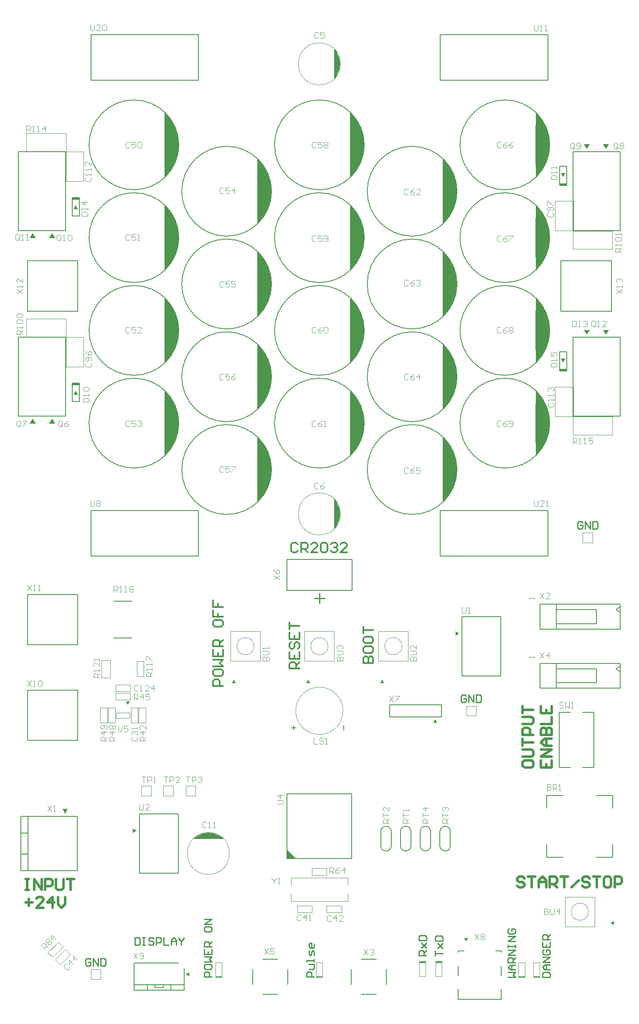
<source format=gto>
G04 Layer_Color=12632256*
%FSLAX44Y44*%
%MOMM*%
G71*
G01*
G75*
%ADD31C,0.2000*%
%ADD32C,0.5000*%
%ADD33C,0.3000*%
%ADD34C,2.0000*%
%ADD101C,0.1000*%
%ADD102C,0.1500*%
%ADD103C,0.2540*%
%ADD104C,0.2500*%
%ADD105C,0.1270*%
%ADD106C,0.1200*%
G36*
X456200Y645000D02*
X447800D01*
X452000Y652000D01*
X456200Y645000D01*
D02*
G37*
G36*
X236500Y601250D02*
X232300Y608250D01*
X240700D01*
X236500Y601250D01*
D02*
G37*
G36*
X864206Y564374D02*
X855144Y564375D01*
X859494Y571626D01*
X864206Y564374D01*
D02*
G37*
G36*
X908375Y745906D02*
X901124Y741194D01*
X901125Y750256D01*
X908375Y745906D01*
D02*
G37*
G36*
X756200Y645000D02*
X747800D01*
X752000Y652000D01*
X756200Y645000D01*
D02*
G37*
G36*
X606200D02*
X597800D01*
X602000Y652000D01*
X606200Y645000D01*
D02*
G37*
G36*
X1222250Y154951D02*
X1215250Y159150D01*
X1222250Y163350D01*
Y154951D01*
D02*
G37*
G36*
X926856Y128875D02*
X922506Y121624D01*
X917794Y128876D01*
X926856Y128875D01*
D02*
G37*
G36*
X361375Y50575D02*
X354125Y54925D01*
X361376Y59636D01*
X361375Y50575D01*
D02*
G37*
G36*
X110006Y380125D02*
X104750Y390000D01*
X114750D01*
X110006Y380125D01*
D02*
G37*
G36*
X254375Y346306D02*
X247124Y341594D01*
X247125Y350656D01*
X254375Y346306D01*
D02*
G37*
G36*
X577749Y289251D02*
X559250Y289250D01*
X559250Y307749D01*
X577749Y289251D01*
D02*
G37*
G36*
X135576Y1605250D02*
X126446D01*
X131000Y1613500D01*
X135576Y1605250D01*
D02*
G37*
G36*
X88999Y1547000D02*
X77001D01*
X83000Y1557000D01*
X88999Y1547000D01*
D02*
G37*
G36*
X49999Y1547000D02*
X38001D01*
X44000Y1557000D01*
X49999Y1547000D01*
D02*
G37*
G36*
X1206000Y1727000D02*
X1200001Y1737000D01*
X1211999D01*
X1206000Y1727000D01*
D02*
G37*
G36*
X1167000D02*
X1161001Y1737000D01*
X1172999D01*
X1167000Y1727000D01*
D02*
G37*
G36*
X1119000Y1670500D02*
X1114424Y1678750D01*
X1123554D01*
X1119000Y1670500D01*
D02*
G37*
G36*
X135576Y1229250D02*
X126446D01*
X131000Y1237500D01*
X135576Y1229250D01*
D02*
G37*
G36*
X88999Y1171000D02*
X77001D01*
X83000Y1181000D01*
X88999Y1171000D01*
D02*
G37*
G36*
X49999D02*
X38001D01*
X44000Y1181000D01*
X49999Y1171000D01*
D02*
G37*
G36*
X1206000Y1351000D02*
X1200001Y1361000D01*
X1211999D01*
X1206000Y1351000D01*
D02*
G37*
G36*
X1167000D02*
X1161001Y1361000D01*
X1172999D01*
X1167000Y1351000D01*
D02*
G37*
G36*
X1119000Y1294500D02*
X1114424Y1302750D01*
X1123554D01*
X1119000Y1294500D01*
D02*
G37*
D31*
X33000Y631000D02*
X135000D01*
Y529000D02*
Y631000D01*
X33000Y529000D02*
X135000D01*
X33000D02*
Y631000D01*
X33000Y1399000D02*
Y1501000D01*
Y1399000D02*
X135000D01*
Y1501000D01*
X33000D02*
X135000D01*
X1115000D02*
X1217000D01*
Y1399000D02*
Y1501000D01*
X1115000Y1399000D02*
X1217000D01*
X1115000D02*
Y1501000D01*
X33000Y723000D02*
Y825000D01*
Y723000D02*
X135000D01*
Y825000D01*
X33000D02*
X135000D01*
X20000Y299000D02*
X34000D01*
X20000Y341000D02*
X34000D01*
Y265000D02*
Y375000D01*
X134000Y265000D02*
Y375000D01*
X20000Y265000D02*
X134000D01*
X20000D02*
Y375000D01*
X134000D01*
X1139500Y1562000D02*
X1196000D01*
X1139500D02*
Y1722000D01*
X1196000D01*
X1177000Y1562000D02*
X1235000D01*
Y1722000D01*
X1177000D02*
X1235000D01*
X15000Y1722000D02*
X73000D01*
X15000Y1562000D02*
Y1722000D01*
Y1562000D02*
X73000D01*
X54000Y1346000D02*
X110500D01*
Y1186000D02*
Y1346000D01*
X54000Y1186000D02*
X110500D01*
X1139500Y1346000D02*
X1196000D01*
X1139500Y1186000D02*
Y1346000D01*
Y1186000D02*
X1196000D01*
X1177000Y1346000D02*
X1235000D01*
Y1186000D02*
Y1346000D01*
X1177000Y1186000D02*
X1235000D01*
X15000Y1186000D02*
X73000D01*
X15000D02*
Y1346000D01*
X73000D01*
X54000Y1562000D02*
X110500D01*
Y1722000D01*
X54000D02*
X110500D01*
X674502Y550000D02*
Y559997D01*
X572502Y550000D02*
Y559997D01*
X567504Y554998D02*
X577501D01*
D32*
X29000Y200996D02*
X43662D01*
X36331Y208327D02*
Y193666D01*
X65655Y190000D02*
X50993D01*
X65655Y204662D01*
Y208327D01*
X61989Y211993D01*
X54658D01*
X50993Y208327D01*
X83982Y190000D02*
Y211993D01*
X72986Y200996D01*
X87648D01*
X94979Y211993D02*
Y197331D01*
X102310Y190000D01*
X109641Y197331D01*
Y211993D01*
X29000Y247993D02*
X36331D01*
X32666D01*
Y226000D01*
X29000D01*
X36331D01*
X47327D02*
Y247993D01*
X61989Y226000D01*
Y247993D01*
X69320Y226000D02*
Y247993D01*
X80317D01*
X83982Y244327D01*
Y236996D01*
X80317Y233331D01*
X69320D01*
X91313Y247993D02*
Y229666D01*
X94979Y226000D01*
X102310D01*
X105975Y229666D01*
Y247993D01*
X113306D02*
X127968D01*
X120637D01*
Y226000D01*
X1074007Y488662D02*
Y474000D01*
X1096000D01*
Y488662D01*
X1085004Y474000D02*
Y481331D01*
X1096000Y495993D02*
X1074007D01*
X1096000Y510655D01*
X1074007D01*
X1096000Y517986D02*
X1081338D01*
X1074007Y525317D01*
X1081338Y532648D01*
X1096000D01*
X1085004D01*
Y517986D01*
X1074007Y539979D02*
X1096000D01*
Y550975D01*
X1092335Y554641D01*
X1088669D01*
X1085004Y550975D01*
Y539979D01*
Y550975D01*
X1081338Y554641D01*
X1077673D01*
X1074007Y550975D01*
Y539979D01*
Y561972D02*
X1096000D01*
Y576633D01*
X1074007Y598626D02*
Y583965D01*
X1096000D01*
Y598626D01*
X1085004Y583965D02*
Y591296D01*
X1037007Y484996D02*
Y477665D01*
X1040673Y474000D01*
X1055334D01*
X1059000Y477665D01*
Y484996D01*
X1055334Y488662D01*
X1040673D01*
X1037007Y484996D01*
Y495993D02*
X1055334D01*
X1059000Y499658D01*
Y506989D01*
X1055334Y510655D01*
X1037007D01*
Y517986D02*
Y532648D01*
Y525317D01*
X1059000D01*
Y539979D02*
X1037007D01*
Y550975D01*
X1040673Y554641D01*
X1048003D01*
X1051669Y550975D01*
Y539979D01*
X1037007Y561972D02*
X1055334D01*
X1059000Y565637D01*
Y572968D01*
X1055334Y576633D01*
X1037007D01*
Y583965D02*
Y598626D01*
Y591296D01*
X1059000D01*
X1040662Y249327D02*
X1036997Y252993D01*
X1029666D01*
X1026000Y249327D01*
Y245662D01*
X1029666Y241996D01*
X1036997D01*
X1040662Y238331D01*
Y234666D01*
X1036997Y231000D01*
X1029666D01*
X1026000Y234666D01*
X1047993Y252993D02*
X1062655D01*
X1055324D01*
Y231000D01*
X1069986D02*
Y245662D01*
X1077317Y252993D01*
X1084648Y245662D01*
Y231000D01*
Y241996D01*
X1069986D01*
X1091979Y231000D02*
Y252993D01*
X1102975D01*
X1106641Y249327D01*
Y241996D01*
X1102975Y238331D01*
X1091979D01*
X1099310D02*
X1106641Y231000D01*
X1113972Y252993D02*
X1128633D01*
X1121303D01*
Y231000D01*
X1135965D02*
X1150626Y245662D01*
X1172619Y249327D02*
X1168954Y252993D01*
X1161623D01*
X1157957Y249327D01*
Y245662D01*
X1161623Y241996D01*
X1168954D01*
X1172619Y238331D01*
Y234666D01*
X1168954Y231000D01*
X1161623D01*
X1157957Y234666D01*
X1179950Y252993D02*
X1194612D01*
X1187281D01*
Y231000D01*
X1212940Y252993D02*
X1205609D01*
X1201943Y249327D01*
Y234666D01*
X1205609Y231000D01*
X1212940D01*
X1216605Y234666D01*
Y249327D01*
X1212940Y252993D01*
X1223936Y231000D02*
Y252993D01*
X1234932D01*
X1238598Y249327D01*
Y241996D01*
X1234932Y238331D01*
X1223936D01*
D33*
X581329Y926661D02*
X577997Y929994D01*
X571332D01*
X568000Y926661D01*
Y913332D01*
X571332Y910000D01*
X577997D01*
X581329Y913332D01*
X587994Y910000D02*
Y929994D01*
X597990D01*
X601323Y926661D01*
Y919997D01*
X597990Y916665D01*
X587994D01*
X594658D02*
X601323Y910000D01*
X621316D02*
X607987D01*
X621316Y923329D01*
Y926661D01*
X617984Y929994D01*
X611319D01*
X607987Y926661D01*
X627981D02*
X631313Y929994D01*
X637977D01*
X641310Y926661D01*
Y913332D01*
X637977Y910000D01*
X631313D01*
X627981Y913332D01*
Y926661D01*
X647974D02*
X651307Y929994D01*
X657971D01*
X661303Y926661D01*
Y923329D01*
X657971Y919997D01*
X654639D01*
X657971D01*
X661303Y916665D01*
Y913332D01*
X657971Y910000D01*
X651307D01*
X647974Y913332D01*
X681297Y910000D02*
X667968D01*
X681297Y923329D01*
Y926661D01*
X677965Y929994D01*
X671300D01*
X667968Y926661D01*
X584250Y674500D02*
X564257D01*
Y684497D01*
X567589Y687829D01*
X574253D01*
X577585Y684497D01*
Y674500D01*
Y681164D02*
X584250Y687829D01*
X564257Y707823D02*
Y694494D01*
X584250D01*
Y707823D01*
X574253Y694494D02*
Y701158D01*
X567589Y727816D02*
X564257Y724484D01*
Y717819D01*
X567589Y714487D01*
X570921D01*
X574253Y717819D01*
Y724484D01*
X577585Y727816D01*
X580918D01*
X584250Y724484D01*
Y717819D01*
X580918Y714487D01*
X564257Y747810D02*
Y734481D01*
X584250D01*
Y747810D01*
X574253Y734481D02*
Y741145D01*
X564257Y754474D02*
Y767803D01*
Y761139D01*
X584250D01*
X714006Y686250D02*
X734000D01*
Y696247D01*
X730668Y699579D01*
X727336D01*
X724003Y696247D01*
Y686250D01*
Y696247D01*
X720671Y699579D01*
X717339D01*
X714006Y696247D01*
Y686250D01*
Y716240D02*
Y709576D01*
X717339Y706244D01*
X730668D01*
X734000Y709576D01*
Y716240D01*
X730668Y719573D01*
X717339D01*
X714006Y716240D01*
Y736234D02*
Y729569D01*
X717339Y726237D01*
X730668D01*
X734000Y729569D01*
Y736234D01*
X730668Y739566D01*
X717339D01*
X714006Y736234D01*
Y746231D02*
Y759560D01*
Y752895D01*
X734000D01*
X429500Y639500D02*
X409506D01*
Y649497D01*
X412839Y652829D01*
X419503D01*
X422836Y649497D01*
Y639500D01*
X409506Y669490D02*
Y662826D01*
X412839Y659494D01*
X426168D01*
X429500Y662826D01*
Y669490D01*
X426168Y672823D01*
X412839D01*
X409506Y669490D01*
Y679487D02*
X429500D01*
X422836Y686152D01*
X429500Y692816D01*
X409506D01*
Y712810D02*
Y699481D01*
X429500D01*
Y712810D01*
X419503Y699481D02*
Y706145D01*
X429500Y719474D02*
X409506D01*
Y729471D01*
X412839Y732803D01*
X419503D01*
X422836Y729471D01*
Y719474D01*
Y726139D02*
X429500Y732803D01*
X409506Y769458D02*
Y762794D01*
X412839Y759461D01*
X426168D01*
X429500Y762794D01*
Y769458D01*
X426168Y772790D01*
X412839D01*
X409506Y769458D01*
Y792784D02*
Y779455D01*
X419503D01*
Y786119D01*
Y779455D01*
X429500D01*
X409506Y812777D02*
Y799448D01*
X419503D01*
Y806113D01*
Y799448D01*
X429500D01*
D34*
X1073000Y1134500D02*
Y1208750D01*
Y1322500D02*
Y1396750D01*
Y1510500D02*
Y1584750D01*
Y1698500D02*
Y1772750D01*
X885000Y1040500D02*
Y1114750D01*
Y1228500D02*
Y1302750D01*
Y1416500D02*
Y1490750D01*
Y1604500D02*
Y1678750D01*
X697000Y1134500D02*
Y1208750D01*
Y1322500D02*
Y1396750D01*
Y1510500D02*
Y1584750D01*
Y1698500D02*
Y1772750D01*
X509000Y1040500D02*
Y1114750D01*
Y1228500D02*
Y1302750D01*
Y1416500D02*
Y1490750D01*
Y1604500D02*
Y1678750D01*
X321000Y1134500D02*
Y1208750D01*
Y1322500D02*
Y1396750D01*
Y1510500D02*
Y1584750D01*
Y1698500D02*
Y1772750D01*
D101*
X1170500Y182000D02*
G03*
X1170500Y182000I-17500J0D01*
G01*
X792500Y720000D02*
G03*
X792500Y720000I-17500J0D01*
G01*
X642500D02*
G03*
X642500Y720000I-17500J0D01*
G01*
X492500D02*
G03*
X492500Y720000I-17500J0D01*
G01*
X673000Y589000D02*
G03*
X673000Y589000I-48000J0D01*
G01*
X667500Y1900000D02*
G03*
X667500Y1900000I-42500J0D01*
G01*
Y988000D02*
G03*
X667500Y988000I-42500J0D01*
G01*
X442500Y300000D02*
G03*
X442500Y300000I-42500J0D01*
G01*
X923000Y579000D02*
Y599000D01*
Y579000D02*
X943000D01*
X923000Y599000D02*
X943000D01*
Y598750D02*
Y599000D01*
Y579000D02*
Y598750D01*
X182000Y45000D02*
Y64750D01*
Y65000D01*
X162000D02*
X182000D01*
X162000Y45000D02*
X182000D01*
X162000D02*
Y65000D01*
X1159000Y930000D02*
Y950000D01*
Y930000D02*
X1179000D01*
X1159000Y950000D02*
X1179000D01*
Y949750D02*
Y950000D01*
Y930000D02*
Y949750D01*
X264000Y417250D02*
Y437000D01*
Y417000D02*
Y417250D01*
Y417000D02*
X284000D01*
X264000Y437000D02*
X284000D01*
Y417000D02*
Y437000D01*
X329000Y417000D02*
Y437000D01*
X309000D02*
X329000D01*
X309000Y417000D02*
X329000D01*
X309000D02*
Y417250D01*
Y437000D01*
X354000Y417250D02*
Y437000D01*
Y417000D02*
Y417250D01*
Y417000D02*
X374000D01*
X354000Y437000D02*
X374000D01*
Y417000D02*
Y437000D01*
X1058495Y48750D02*
X1071495D01*
X1058495Y49500D02*
X1071495D01*
X1058495Y49750D02*
X1071495D01*
X1058495Y79000D02*
X1071495D01*
X1058495Y51000D02*
X1071495D01*
X1058495Y79000D02*
X1058495Y48750D01*
Y50250D02*
X1071495D01*
X1071495Y79000D02*
X1071495Y48750D01*
X1028495D02*
X1041495D01*
X1028495Y49500D02*
X1041495D01*
X1028495Y49750D02*
X1041495D01*
X1028495Y79000D02*
X1041495D01*
X1028495Y51000D02*
X1041495D01*
X1028495Y79000D02*
X1028495Y48750D01*
Y50250D02*
X1041495D01*
X1041495Y79000D02*
X1041495Y48750D01*
X860500Y81250D02*
X873500D01*
X860500Y80500D02*
X873500D01*
X860500Y80250D02*
X873500D01*
X860500Y51000D02*
X873500D01*
X860500Y79000D02*
X873500D01*
Y81250D02*
X873500Y51000D01*
X860500Y79750D02*
X873500D01*
X860500Y81250D02*
X860500Y51000D01*
X827500Y81250D02*
X840500D01*
X827500Y80500D02*
X840500D01*
X827500Y80250D02*
X840500D01*
X827500Y51000D02*
X840500D01*
X827500Y79000D02*
X840500D01*
Y81250D02*
X840500Y51000D01*
X827500Y79750D02*
X840500D01*
X827500Y81250D02*
X827500Y51000D01*
X414500Y48750D02*
X427500D01*
X414500Y49500D02*
X427500D01*
X414500Y49750D02*
X427500D01*
X414500Y79000D02*
X427500D01*
X414500Y51000D02*
X427500D01*
X414500Y79000D02*
X414500Y48750D01*
Y50250D02*
X427500D01*
X427500Y79000D02*
X427500Y48750D01*
X1182997Y152028D02*
Y211972D01*
X1122977Y152028D02*
X1182997D01*
X1122977D02*
Y211997D01*
X1182921D01*
X682500Y235500D02*
Y251000D01*
X567500D02*
X682500D01*
X567500Y235500D02*
Y251000D01*
X682500Y203000D02*
Y218500D01*
X567500Y203000D02*
X682500D01*
X567500D02*
Y218500D01*
X640000Y256000D02*
Y270000D01*
X610000Y256000D02*
Y270000D01*
Y270000D02*
X640000D01*
X610000Y256000D02*
X640000D01*
X670000Y180000D02*
Y194000D01*
X640000Y180000D02*
Y194000D01*
Y194000D02*
X670000D01*
X640000Y180000D02*
X670000D01*
X580000Y194000D02*
X610000D01*
X580000Y180000D02*
X610000D01*
Y180000D02*
Y194000D01*
X580000Y180000D02*
Y194000D01*
X745028Y690003D02*
X804972D01*
X745028D02*
Y750023D01*
X804997D01*
Y690079D02*
Y750023D01*
X595028Y690003D02*
X654972D01*
X595028D02*
Y750023D01*
X654997D01*
Y690079D02*
Y750023D01*
X445028Y690003D02*
X504972D01*
X445028D02*
Y750023D01*
X504997D01*
Y690079D02*
Y750023D01*
X241000Y574500D02*
Y585500D01*
X213000Y574500D02*
Y585500D01*
X241000D01*
X213000Y574500D02*
X241000D01*
X259000Y595000D02*
X273000D01*
X259000Y565000D02*
X273000D01*
X259000D02*
Y595000D01*
X273000Y565000D02*
Y595000D01*
X243000Y565000D02*
X257000D01*
X243000Y595000D02*
X257000D01*
X257000Y565000D02*
Y595000D01*
X243000Y565000D02*
Y595000D01*
X197000Y595000D02*
X211000D01*
X197000Y565000D02*
X211000D01*
X197000D02*
Y595000D01*
X211000Y565000D02*
Y595000D01*
X181000Y595000D02*
X195000D01*
X181000Y565000D02*
X195000D01*
X181000D02*
Y595000D01*
X195000Y565000D02*
Y595000D01*
X242000Y628000D02*
Y642000D01*
X212000Y628000D02*
Y642000D01*
Y642000D02*
X242000D01*
X212000Y628000D02*
X242000D01*
X212000Y611000D02*
Y625000D01*
X242000Y611000D02*
Y625000D01*
X212000Y611000D02*
X242000D01*
X212000Y625000D02*
X242000D01*
X255000Y689000D02*
X269000D01*
X255000Y659000D02*
X269000D01*
X255000D02*
Y689000D01*
X269000Y659000D02*
Y689000D01*
X183000Y691500D02*
X201000D01*
X183000Y656500D02*
X201000D01*
X183000D02*
Y691500D01*
X201000Y656500D02*
Y691500D01*
X655000Y1870000D02*
Y1929750D01*
Y958000D02*
Y1017750D01*
X370250Y330000D02*
X430000D01*
X1103000Y1245500D02*
X1140000D01*
X1103000Y1185500D02*
Y1245500D01*
Y1185500D02*
X1140000D01*
Y1245500D01*
X1139000Y1148500D02*
X1219000D01*
X1139000D02*
Y1185500D01*
X1219000D01*
Y1148500D02*
Y1185500D01*
X1139000Y1524500D02*
X1219000D01*
X1139000D02*
Y1561500D01*
X1219000D01*
Y1524500D02*
Y1561500D01*
X1103000Y1622000D02*
X1140000D01*
X1103000Y1562000D02*
Y1622000D01*
Y1562000D02*
X1140000D01*
Y1622000D01*
X111000Y1286000D02*
X147000D01*
Y1346500D01*
X111000D02*
X147000D01*
X111000Y1286000D02*
Y1346500D01*
Y1662000D02*
X147000D01*
Y1722500D01*
X111000D02*
X147000D01*
X111000Y1662000D02*
Y1722500D01*
X31000Y1759500D02*
X111000D01*
Y1722500D02*
Y1759500D01*
X31000Y1722500D02*
X111000D01*
X31000D02*
Y1759500D01*
X74444Y99343D02*
X84343Y89444D01*
X95657Y120556D02*
X105556Y110657D01*
X84343Y89444D02*
X105556Y110657D01*
X74444Y99343D02*
X95657Y120556D01*
X89444Y84343D02*
X99343Y74444D01*
X110657Y105556D02*
X120556Y95657D01*
X99343Y74444D02*
X120556Y95657D01*
X89444Y84343D02*
X110657Y105556D01*
X31000Y1383500D02*
X111000D01*
Y1346500D02*
Y1383500D01*
X31000Y1346500D02*
X111000D01*
X31000D02*
Y1383500D01*
X618500Y48750D02*
X631500D01*
X618500Y49500D02*
X631500D01*
X618500Y49750D02*
X631500D01*
X618500Y79000D02*
X631500D01*
X618500Y51000D02*
X631500D01*
X618500Y79000D02*
X618500Y48750D01*
Y50250D02*
X631500D01*
X631500Y79000D02*
X631500Y48750D01*
X1051000Y819000D02*
Y815668D01*
Y817334D01*
X1060997D01*
X1059331Y819000D01*
X1051000Y699000D02*
Y695668D01*
Y697334D01*
X1060997D01*
X1059331Y699000D01*
D102*
X890500Y345500D02*
G03*
X869500Y345500I-10500J-1053D01*
G01*
Y314500D02*
G03*
X890500Y314500I10500J1053D01*
G01*
X850500Y345500D02*
G03*
X829500Y345500I-10500J-1053D01*
G01*
Y314500D02*
G03*
X850500Y314500I10500J1053D01*
G01*
X810500Y345500D02*
G03*
X789500Y345500I-10500J-1053D01*
G01*
Y314500D02*
G03*
X810500Y314500I10500J1053D01*
G01*
X770500Y345500D02*
G03*
X749500Y345500I-10500J-1053D01*
G01*
Y314500D02*
G03*
X770500Y314500I10500J1053D01*
G01*
X1092000Y1172000D02*
G03*
X1092000Y1172000I-91000J0D01*
G01*
Y1360000D02*
G03*
X1092000Y1360000I-91000J0D01*
G01*
Y1548000D02*
G03*
X1092000Y1548000I-91000J0D01*
G01*
Y1736000D02*
G03*
X1092000Y1736000I-91000J0D01*
G01*
X904000Y1078000D02*
G03*
X904000Y1078000I-91000J0D01*
G01*
Y1266000D02*
G03*
X904000Y1266000I-91000J0D01*
G01*
Y1454000D02*
G03*
X904000Y1454000I-91000J0D01*
G01*
Y1642000D02*
G03*
X904000Y1642000I-91000J0D01*
G01*
X716000Y1172000D02*
G03*
X716000Y1172000I-91000J0D01*
G01*
Y1360000D02*
G03*
X716000Y1360000I-91000J0D01*
G01*
Y1548000D02*
G03*
X716000Y1548000I-91000J0D01*
G01*
Y1736000D02*
G03*
X716000Y1736000I-91000J0D01*
G01*
X528000Y1078000D02*
G03*
X528000Y1078000I-91000J0D01*
G01*
Y1266000D02*
G03*
X528000Y1266000I-91000J0D01*
G01*
Y1454000D02*
G03*
X528000Y1454000I-91000J0D01*
G01*
Y1642000D02*
G03*
X528000Y1642000I-91000J0D01*
G01*
X340000Y1172000D02*
G03*
X340000Y1172000I-91000J0D01*
G01*
Y1360000D02*
G03*
X340000Y1360000I-91000J0D01*
G01*
Y1548000D02*
G03*
X340000Y1548000I-91000J0D01*
G01*
Y1736000D02*
G03*
X340000Y1736000I-91000J0D01*
G01*
X993750Y52750D02*
Y72250D01*
X906250Y52750D02*
Y72250D01*
X993700Y4500D02*
Y25300D01*
X906300Y4500D02*
X993700D01*
X906300D02*
Y25300D01*
X993700Y100000D02*
Y102500D01*
X982200D02*
X993700D01*
X906300Y100000D02*
Y102500D01*
X917800D01*
X890500Y314500D02*
Y345500D01*
X869500Y314500D02*
Y345500D01*
X850500Y314500D02*
Y345500D01*
X829500Y314500D02*
Y345500D01*
X810500Y314500D02*
Y345500D01*
X789500Y314500D02*
Y345500D01*
X770500Y314500D02*
Y345500D01*
X749500Y314500D02*
Y345500D01*
X559250Y289250D02*
X690750D01*
X559250D02*
Y420750D01*
X690750Y289250D02*
Y420750D01*
X559250D02*
X690750D01*
X1226250Y794100D02*
X1235000Y788350D01*
X1226250Y794100D02*
X1235000Y799850D01*
X1235000Y754700D02*
Y805300D01*
X1072000D02*
X1235000D01*
X1072000Y754700D02*
X1235000D01*
X1105000D02*
Y805300D01*
X1072000Y754700D02*
Y805300D01*
X1187000Y765700D02*
Y794300D01*
X1105000D02*
X1187000D01*
X1105000Y765700D02*
X1187000D01*
X1226250Y674100D02*
X1235000Y668350D01*
X1226250Y674100D02*
X1235000Y679850D01*
X1235000Y634700D02*
Y685300D01*
X1072000D02*
X1235000D01*
X1072000Y634700D02*
X1235000D01*
X1105000D02*
Y685300D01*
X1072000Y634700D02*
Y685300D01*
X1187000Y645700D02*
Y674300D01*
X1105000D02*
X1187000D01*
X1105000Y645700D02*
X1187000D01*
X914250Y659650D02*
Y780150D01*
X992750D01*
Y659650D02*
Y780150D01*
X914250Y659650D02*
X992750D01*
X872700Y577000D02*
Y601000D01*
X767300Y577000D02*
X872700D01*
X767300D02*
Y601000D01*
X872700D01*
X208000Y737000D02*
X245500D01*
X208500Y811000D02*
X245500D01*
X691000Y833500D02*
Y896000D01*
X559000Y833500D02*
Y896000D01*
X691000D01*
X559000Y833500D02*
X691000D01*
X1088000Y1867000D02*
Y1959000D01*
X870000D02*
X1088000D01*
X870000Y1867000D02*
X1088000D01*
X870000D02*
Y1959000D01*
X1088000Y903000D02*
Y995000D01*
X870000D02*
X1088000D01*
X870000Y903000D02*
X1088000D01*
X870000D02*
Y995000D01*
X1111750Y1316250D02*
X1126250D01*
X1111750Y1278750D02*
Y1316250D01*
X1126250Y1278750D02*
Y1316250D01*
X260250Y260050D02*
Y380550D01*
X338750D01*
Y260050D02*
Y380550D01*
X260250Y260050D02*
X338750D01*
X1111750Y1692250D02*
X1126250D01*
X1111750Y1654750D02*
Y1692250D01*
X1126250Y1654750D02*
Y1692250D01*
X123750Y1215750D02*
X138250D01*
Y1253250D01*
X123750Y1215750D02*
Y1253250D01*
Y1591750D02*
X138250D01*
Y1629250D01*
X123750Y1591750D02*
Y1629250D01*
X291250Y28250D02*
Y34250D01*
X308750Y28250D02*
Y34250D01*
X291250Y28250D02*
X308750D01*
X249250Y34250D02*
X350750D01*
X323750Y23250D02*
Y34250D01*
X276250Y23250D02*
Y34250D01*
X249250Y77750D02*
X249250Y23250D01*
X350750D01*
X249250Y77750D02*
X340000D01*
X350750Y23250D02*
Y67000D01*
X162000Y1867000D02*
Y1959000D01*
Y1867000D02*
X380000D01*
X162000Y1959000D02*
X380000D01*
Y1867000D02*
Y1959000D01*
X162000Y903000D02*
Y995000D01*
Y903000D02*
X380000D01*
X162000Y995000D02*
X380000D01*
Y903000D02*
Y995000D01*
D103*
X659403Y1891532D02*
G03*
X659429Y1908361I-34403J8468D01*
G01*
X659277Y1885052D02*
G03*
X659685Y1913974I-34276J14948D01*
G01*
X659360Y1882567D02*
G03*
X659657Y1916834I-34360J17433D01*
G01*
X659081Y1877611D02*
G03*
X659121Y1922329I-34081J22389D01*
G01*
X659403Y979532D02*
G03*
X659429Y996361I-34403J8468D01*
G01*
X659277Y973052D02*
G03*
X659685Y1001974I-34276J14948D01*
G01*
X659360Y970567D02*
G03*
X659657Y1004834I-34360J17433D01*
G01*
X659081Y965611D02*
G03*
X659121Y1010329I-34081J22389D01*
G01*
X408468Y334403D02*
G03*
X391639Y334429I-8468J-34403D01*
G01*
X414948Y334277D02*
G03*
X386026Y334685I-14948J-34276D01*
G01*
X417433Y334360D02*
G03*
X383166Y334657I-17433J-34360D01*
G01*
X422389Y334081D02*
G03*
X377671Y334121I-22389J-34081D01*
G01*
X251000Y129235D02*
Y114000D01*
X258617D01*
X261157Y116539D01*
Y126696D01*
X258617Y129235D01*
X251000D01*
X266235D02*
X271313D01*
X268774D01*
Y114000D01*
X266235D01*
X271313D01*
X289088Y126696D02*
X286549Y129235D01*
X281470D01*
X278931Y126696D01*
Y124157D01*
X281470Y121617D01*
X286549D01*
X289088Y119078D01*
Y116539D01*
X286549Y114000D01*
X281470D01*
X278931Y116539D01*
X294166Y114000D02*
Y129235D01*
X301784D01*
X304323Y126696D01*
Y121617D01*
X301784Y119078D01*
X294166D01*
X309401Y129235D02*
Y114000D01*
X319558D01*
X324636D02*
Y124157D01*
X329715Y129235D01*
X334793Y124157D01*
Y114000D01*
Y121617D01*
X324636D01*
X339871Y129235D02*
Y126696D01*
X344950Y121617D01*
X350028Y126696D01*
Y129235D01*
X344950Y121617D02*
Y114000D01*
X614250Y50000D02*
X599015D01*
Y57618D01*
X601554Y60157D01*
X606632D01*
X609172Y57618D01*
Y50000D01*
X604093Y65235D02*
X611711D01*
X614250Y67774D01*
Y75392D01*
X604093D01*
X614250Y80470D02*
Y85548D01*
Y83009D01*
X599015D01*
Y80470D01*
X614250Y93166D02*
Y100784D01*
X611711Y103323D01*
X609172Y100784D01*
Y95705D01*
X606632Y93166D01*
X604093Y95705D01*
Y103323D01*
X614250Y116019D02*
Y110940D01*
X611711Y108401D01*
X606632D01*
X604093Y110940D01*
Y116019D01*
X606632Y118558D01*
X609172D01*
Y108401D01*
X407000Y49750D02*
X391765D01*
Y57368D01*
X394304Y59907D01*
X399383D01*
X401922Y57368D01*
Y49750D01*
X391765Y72603D02*
Y67524D01*
X394304Y64985D01*
X404461D01*
X407000Y67524D01*
Y72603D01*
X404461Y75142D01*
X394304D01*
X391765Y72603D01*
Y80220D02*
X407000D01*
X401922Y85299D01*
X407000Y90377D01*
X391765D01*
Y105612D02*
Y95455D01*
X407000D01*
Y105612D01*
X399383Y95455D02*
Y100534D01*
X407000Y110690D02*
X391765D01*
Y118308D01*
X394304Y120847D01*
X399383D01*
X401922Y118308D01*
Y110690D01*
Y115769D02*
X407000Y120847D01*
X391765Y148778D02*
Y143700D01*
X394304Y141160D01*
X404461D01*
X407000Y143700D01*
Y148778D01*
X404461Y151317D01*
X394304D01*
X391765Y148778D01*
X407000Y156396D02*
X391765D01*
X407000Y166552D01*
X391765D01*
X859515Y92500D02*
Y102657D01*
Y97578D01*
X874750D01*
X864593Y107735D02*
X874750Y117892D01*
X869672Y112813D01*
X864593Y117892D01*
X874750Y107735D01*
X859515Y122970D02*
X874750D01*
Y130588D01*
X872211Y133127D01*
X862054D01*
X859515Y130588D01*
Y122970D01*
X841750Y93500D02*
X826515D01*
Y101117D01*
X829054Y103657D01*
X834133D01*
X836672Y101117D01*
Y93500D01*
Y98578D02*
X841750Y103657D01*
X831593Y108735D02*
X841750Y118892D01*
X836672Y113813D01*
X831593Y118892D01*
X841750Y108735D01*
X826515Y123970D02*
X841750D01*
Y131588D01*
X839211Y134127D01*
X829054D01*
X826515Y131588D01*
Y123970D01*
X1077765Y49500D02*
X1093000D01*
Y57118D01*
X1090461Y59657D01*
X1080304D01*
X1077765Y57118D01*
Y49500D01*
X1093000Y64735D02*
X1082843D01*
X1077765Y69813D01*
X1082843Y74892D01*
X1093000D01*
X1085383D01*
Y64735D01*
X1093000Y79970D02*
X1077765D01*
X1093000Y90127D01*
X1077765D01*
X1080304Y105362D02*
X1077765Y102823D01*
Y97744D01*
X1080304Y95205D01*
X1090461D01*
X1093000Y97744D01*
Y102823D01*
X1090461Y105362D01*
X1085383D01*
Y100284D01*
X1077765Y120597D02*
Y110440D01*
X1093000D01*
Y120597D01*
X1085383Y110440D02*
Y115519D01*
X1093000Y125675D02*
X1077765D01*
Y133293D01*
X1080304Y135832D01*
X1085383D01*
X1087922Y133293D01*
Y125675D01*
Y130754D02*
X1093000Y135832D01*
X1007015Y48750D02*
X1022250D01*
X1017172Y53828D01*
X1022250Y58907D01*
X1007015D01*
X1022250Y63985D02*
X1012093D01*
X1007015Y69063D01*
X1012093Y74142D01*
X1022250D01*
X1014632D01*
Y63985D01*
X1022250Y79220D02*
X1007015D01*
Y86838D01*
X1009554Y89377D01*
X1014632D01*
X1017172Y86838D01*
Y79220D01*
Y84298D02*
X1022250Y89377D01*
Y94455D02*
X1007015D01*
X1022250Y104612D01*
X1007015D01*
Y109690D02*
Y114769D01*
Y112229D01*
X1022250D01*
Y109690D01*
Y114769D01*
Y122386D02*
X1007015D01*
X1022250Y132543D01*
X1007015D01*
X1009554Y147778D02*
X1007015Y145239D01*
Y140160D01*
X1009554Y137621D01*
X1019711D01*
X1022250Y140160D01*
Y145239D01*
X1019711Y147778D01*
X1014632D01*
Y142700D01*
X922657Y618946D02*
X920117Y621485D01*
X915039D01*
X912500Y618946D01*
Y608789D01*
X915039Y606250D01*
X920117D01*
X922657Y608789D01*
Y613867D01*
X917578D01*
X927735Y606250D02*
Y621485D01*
X937892Y606250D01*
Y621485D01*
X942970D02*
Y606250D01*
X950588D01*
X953127Y608789D01*
Y618946D01*
X950588Y621485D01*
X942970D01*
X1158657Y969946D02*
X1156117Y972485D01*
X1151039D01*
X1148500Y969946D01*
Y959789D01*
X1151039Y957250D01*
X1156117D01*
X1158657Y959789D01*
Y964867D01*
X1153578D01*
X1163735Y957250D02*
Y972485D01*
X1173892Y957250D01*
Y972485D01*
X1178970D02*
Y957250D01*
X1186588D01*
X1189127Y959789D01*
Y969946D01*
X1186588Y972485D01*
X1178970D01*
X161657Y84946D02*
X159117Y87485D01*
X154039D01*
X151500Y84946D01*
Y74789D01*
X154039Y72250D01*
X159117D01*
X161657Y74789D01*
Y79868D01*
X156578D01*
X166735Y72250D02*
Y87485D01*
X176892Y72250D01*
Y87485D01*
X181970D02*
Y72250D01*
X189588D01*
X192127Y74789D01*
Y84946D01*
X189588Y87485D01*
X181970D01*
D104*
X1065258Y1122686D02*
G03*
X1065470Y1221037I-64258J49314D01*
G01*
X1065171Y1119359D02*
G03*
X1065181Y1224629I-64171J52641D01*
G01*
X1065010Y1125700D02*
G03*
X1064770Y1218630I-64010J46300D01*
G01*
X1065352Y1113452D02*
G03*
X1065352Y1230548I-64352J58548D01*
G01*
X1064702Y1109846D02*
G03*
X1064560Y1234299I-63701J62154D01*
G01*
X1065234Y1116331D02*
G03*
X1065324Y1227564I-64234J55669D01*
G01*
X1065258Y1310686D02*
G03*
X1065470Y1409037I-64258J49314D01*
G01*
X1065171Y1307359D02*
G03*
X1065181Y1412629I-64171J52641D01*
G01*
X1065010Y1313700D02*
G03*
X1064770Y1406630I-64010J46300D01*
G01*
X1065352Y1301452D02*
G03*
X1065352Y1418548I-64352J58548D01*
G01*
X1064702Y1297846D02*
G03*
X1064560Y1422299I-63701J62154D01*
G01*
X1065234Y1304331D02*
G03*
X1065324Y1415564I-64234J55669D01*
G01*
X1065258Y1498686D02*
G03*
X1065470Y1597037I-64258J49314D01*
G01*
X1065171Y1495359D02*
G03*
X1065181Y1600629I-64171J52641D01*
G01*
X1065010Y1501700D02*
G03*
X1064770Y1594630I-64010J46300D01*
G01*
X1065352Y1489452D02*
G03*
X1065352Y1606548I-64352J58548D01*
G01*
X1064702Y1485846D02*
G03*
X1064560Y1610299I-63701J62154D01*
G01*
X1065234Y1492331D02*
G03*
X1065324Y1603564I-64234J55669D01*
G01*
X1065258Y1686686D02*
G03*
X1065470Y1785037I-64258J49314D01*
G01*
X1065171Y1683359D02*
G03*
X1065181Y1788629I-64171J52641D01*
G01*
X1065010Y1689700D02*
G03*
X1064770Y1782630I-64010J46300D01*
G01*
X1065352Y1677452D02*
G03*
X1065352Y1794548I-64352J58548D01*
G01*
X1064702Y1673846D02*
G03*
X1064560Y1798299I-63701J62154D01*
G01*
X1065234Y1680331D02*
G03*
X1065324Y1791564I-64234J55669D01*
G01*
X877258Y1028686D02*
G03*
X877470Y1127037I-64258J49314D01*
G01*
X877171Y1025359D02*
G03*
X877181Y1130629I-64171J52641D01*
G01*
X877010Y1031700D02*
G03*
X876770Y1124630I-64010J46300D01*
G01*
X877352Y1019452D02*
G03*
X877352Y1136548I-64352J58548D01*
G01*
X876701Y1015846D02*
G03*
X876560Y1140299I-63701J62154D01*
G01*
X877234Y1022331D02*
G03*
X877324Y1133564I-64234J55669D01*
G01*
X877258Y1216686D02*
G03*
X877470Y1315037I-64258J49314D01*
G01*
X877171Y1213359D02*
G03*
X877181Y1318629I-64171J52641D01*
G01*
X877010Y1219700D02*
G03*
X876770Y1312630I-64010J46300D01*
G01*
X877352Y1207452D02*
G03*
X877352Y1324548I-64352J58548D01*
G01*
X876701Y1203846D02*
G03*
X876560Y1328299I-63701J62154D01*
G01*
X877234Y1210331D02*
G03*
X877324Y1321564I-64234J55669D01*
G01*
X877258Y1404686D02*
G03*
X877470Y1503037I-64258J49314D01*
G01*
X877171Y1401359D02*
G03*
X877181Y1506629I-64171J52641D01*
G01*
X877010Y1407700D02*
G03*
X876770Y1500630I-64010J46300D01*
G01*
X877352Y1395452D02*
G03*
X877352Y1512548I-64352J58548D01*
G01*
X876701Y1391846D02*
G03*
X876560Y1516299I-63701J62154D01*
G01*
X877234Y1398331D02*
G03*
X877324Y1509564I-64234J55669D01*
G01*
X877258Y1592686D02*
G03*
X877470Y1691037I-64258J49314D01*
G01*
X877171Y1589359D02*
G03*
X877181Y1694629I-64171J52641D01*
G01*
X877010Y1595700D02*
G03*
X876770Y1688630I-64010J46300D01*
G01*
X877352Y1583452D02*
G03*
X877352Y1700548I-64352J58548D01*
G01*
X876701Y1579846D02*
G03*
X876560Y1704299I-63701J62154D01*
G01*
X877234Y1586331D02*
G03*
X877324Y1697564I-64234J55669D01*
G01*
X689258Y1122686D02*
G03*
X689470Y1221037I-64258J49314D01*
G01*
X689171Y1119359D02*
G03*
X689181Y1224629I-64171J52641D01*
G01*
X689010Y1125700D02*
G03*
X688770Y1218630I-64010J46300D01*
G01*
X689352Y1113452D02*
G03*
X689352Y1230548I-64352J58548D01*
G01*
X688701Y1109846D02*
G03*
X688560Y1234299I-63701J62154D01*
G01*
X689234Y1116331D02*
G03*
X689324Y1227564I-64234J55669D01*
G01*
X689258Y1310686D02*
G03*
X689470Y1409037I-64258J49314D01*
G01*
X689171Y1307359D02*
G03*
X689181Y1412629I-64171J52641D01*
G01*
X689010Y1313700D02*
G03*
X688770Y1406630I-64010J46300D01*
G01*
X689352Y1301452D02*
G03*
X689352Y1418548I-64352J58548D01*
G01*
X688701Y1297846D02*
G03*
X688560Y1422299I-63701J62154D01*
G01*
X689234Y1304331D02*
G03*
X689324Y1415564I-64234J55669D01*
G01*
X689258Y1498686D02*
G03*
X689470Y1597037I-64258J49314D01*
G01*
X689171Y1495359D02*
G03*
X689181Y1600629I-64171J52641D01*
G01*
X689010Y1501700D02*
G03*
X688770Y1594630I-64010J46300D01*
G01*
X689352Y1489452D02*
G03*
X689352Y1606548I-64352J58548D01*
G01*
X688701Y1485846D02*
G03*
X688560Y1610299I-63701J62154D01*
G01*
X689234Y1492331D02*
G03*
X689324Y1603564I-64234J55669D01*
G01*
X689258Y1686686D02*
G03*
X689470Y1785037I-64258J49314D01*
G01*
X689171Y1683359D02*
G03*
X689181Y1788629I-64171J52641D01*
G01*
X689010Y1689700D02*
G03*
X688770Y1782630I-64010J46300D01*
G01*
X689352Y1677452D02*
G03*
X689352Y1794548I-64352J58548D01*
G01*
X688701Y1673846D02*
G03*
X688560Y1798299I-63701J62154D01*
G01*
X689234Y1680331D02*
G03*
X689324Y1791564I-64234J55669D01*
G01*
X501258Y1028686D02*
G03*
X501470Y1127037I-64258J49314D01*
G01*
X501171Y1025359D02*
G03*
X501181Y1130629I-64171J52641D01*
G01*
X501010Y1031700D02*
G03*
X500770Y1124630I-64010J46300D01*
G01*
X501352Y1019452D02*
G03*
X501352Y1136548I-64352J58548D01*
G01*
X500701Y1015846D02*
G03*
X500560Y1140299I-63701J62154D01*
G01*
X501234Y1022331D02*
G03*
X501324Y1133564I-64234J55669D01*
G01*
X501258Y1216686D02*
G03*
X501470Y1315037I-64258J49314D01*
G01*
X501171Y1213359D02*
G03*
X501181Y1318629I-64171J52641D01*
G01*
X501010Y1219700D02*
G03*
X500770Y1312630I-64010J46300D01*
G01*
X501352Y1207452D02*
G03*
X501352Y1324548I-64352J58548D01*
G01*
X500701Y1203846D02*
G03*
X500560Y1328299I-63701J62154D01*
G01*
X501234Y1210331D02*
G03*
X501324Y1321564I-64234J55669D01*
G01*
X501258Y1404686D02*
G03*
X501470Y1503037I-64258J49314D01*
G01*
X501171Y1401359D02*
G03*
X501181Y1506629I-64171J52641D01*
G01*
X501010Y1407700D02*
G03*
X500770Y1500630I-64010J46300D01*
G01*
X501352Y1395452D02*
G03*
X501352Y1512548I-64352J58548D01*
G01*
X500701Y1391846D02*
G03*
X500560Y1516299I-63701J62154D01*
G01*
X501234Y1398331D02*
G03*
X501324Y1509564I-64234J55669D01*
G01*
X501258Y1592686D02*
G03*
X501470Y1691037I-64258J49314D01*
G01*
X501171Y1589359D02*
G03*
X501181Y1694629I-64171J52641D01*
G01*
X501010Y1595700D02*
G03*
X500770Y1688630I-64010J46300D01*
G01*
X501352Y1583452D02*
G03*
X501352Y1700548I-64352J58548D01*
G01*
X500701Y1579846D02*
G03*
X500560Y1704299I-63701J62154D01*
G01*
X501234Y1586331D02*
G03*
X501324Y1697564I-64234J55669D01*
G01*
X313258Y1122686D02*
G03*
X313470Y1221037I-64258J49314D01*
G01*
X313171Y1119359D02*
G03*
X313181Y1224629I-64171J52641D01*
G01*
X313010Y1125700D02*
G03*
X312770Y1218630I-64010J46300D01*
G01*
X313352Y1113452D02*
G03*
X313352Y1230548I-64352J58548D01*
G01*
X312701Y1109846D02*
G03*
X312560Y1234299I-63701J62154D01*
G01*
X313234Y1116331D02*
G03*
X313324Y1227564I-64234J55669D01*
G01*
X313258Y1310686D02*
G03*
X313470Y1409037I-64258J49314D01*
G01*
X313171Y1307359D02*
G03*
X313181Y1412629I-64171J52641D01*
G01*
X313010Y1313700D02*
G03*
X312770Y1406630I-64010J46300D01*
G01*
X313352Y1301452D02*
G03*
X313352Y1418548I-64352J58548D01*
G01*
X312701Y1297846D02*
G03*
X312560Y1422299I-63701J62154D01*
G01*
X313234Y1304331D02*
G03*
X313324Y1415564I-64234J55669D01*
G01*
X313258Y1498686D02*
G03*
X313470Y1597037I-64258J49314D01*
G01*
X313171Y1495359D02*
G03*
X313181Y1600629I-64171J52641D01*
G01*
X313010Y1501700D02*
G03*
X312770Y1594630I-64010J46300D01*
G01*
X313352Y1489452D02*
G03*
X313352Y1606548I-64352J58548D01*
G01*
X312701Y1485846D02*
G03*
X312560Y1610299I-63701J62154D01*
G01*
X313234Y1492331D02*
G03*
X313324Y1603564I-64234J55669D01*
G01*
X313258Y1686686D02*
G03*
X313470Y1785037I-64258J49314D01*
G01*
X313171Y1683359D02*
G03*
X313181Y1788629I-64171J52641D01*
G01*
X313010Y1689700D02*
G03*
X312770Y1782630I-64010J46300D01*
G01*
X313352Y1677452D02*
G03*
X313352Y1794548I-64352J58548D01*
G01*
X312701Y1673846D02*
G03*
X312560Y1798299I-63701J62154D01*
G01*
X313234Y1680331D02*
G03*
X313324Y1791564I-64234J55669D01*
G01*
X625000Y807000D02*
Y827000D01*
X615000Y817000D02*
X635000D01*
X1112250Y1281250D02*
X1125750D01*
X1112250Y1278750D02*
X1125750D01*
X655750Y1872000D02*
Y1927750D01*
X657500Y1873750D02*
Y1926000D01*
X659000Y1875750D02*
Y1924250D01*
X655750Y960000D02*
Y1015750D01*
X657500Y961750D02*
Y1014000D01*
X659000Y963750D02*
Y1012250D01*
X372250Y330750D02*
X428000D01*
X374000Y332500D02*
X426250D01*
X375750Y334000D02*
X424250D01*
X1112250Y1657250D02*
X1125750D01*
X1112250Y1654750D02*
X1125750D01*
X124250Y1250750D02*
X137750D01*
X124250Y1253250D02*
X137750D01*
X124250Y1626750D02*
X137750D01*
X124250Y1629250D02*
X137750D01*
X1064250Y1107750D02*
X1064250Y1236500D01*
X1064250Y1295750D02*
X1064250Y1424500D01*
X1064250Y1483750D02*
X1064250Y1612500D01*
X1064250Y1671750D02*
X1064250Y1800500D01*
X876250Y1013750D02*
X876250Y1142500D01*
X876250Y1201750D02*
X876250Y1330500D01*
X876250Y1389750D02*
X876250Y1518500D01*
X876250Y1577750D02*
X876250Y1706500D01*
X688250Y1107750D02*
X688250Y1236500D01*
X688250Y1295750D02*
X688250Y1424500D01*
X688250Y1483750D02*
X688250Y1612500D01*
X688250Y1671750D02*
X688250Y1800500D01*
X500250Y1013750D02*
X500250Y1142500D01*
X500250Y1201750D02*
X500250Y1330500D01*
X500250Y1389750D02*
X500250Y1518500D01*
X500250Y1577750D02*
X500250Y1706500D01*
X312250Y1107750D02*
X312250Y1236500D01*
X312250Y1295750D02*
X312250Y1424500D01*
X312250Y1483750D02*
X312250Y1612500D01*
X312250Y1671750D02*
X312250Y1800500D01*
D105*
X709750Y14500D02*
X740250D01*
X689500Y34750D02*
Y65250D01*
X709750Y85500D02*
X740250D01*
X760500Y34750D02*
Y65250D01*
X509750Y14500D02*
X540250D01*
X489500Y34750D02*
Y65250D01*
X509750Y85500D02*
X540250D01*
X560500Y34750D02*
Y65250D01*
X1187000Y417500D02*
X1220000D01*
Y392000D02*
Y417500D01*
Y292500D02*
Y318000D01*
X1187000Y292500D02*
X1220000D01*
X1086000Y417500D02*
X1119000D01*
X1086000Y392000D02*
Y417500D01*
Y292500D02*
Y318000D01*
Y292500D02*
X1119000D01*
X1158750Y474000D02*
X1181500D01*
Y586000D01*
X1158750D02*
X1181500D01*
X1111500Y474000D02*
X1134250D01*
X1111500D02*
Y586000D01*
X1134250D01*
D106*
X940000Y136996D02*
X947997Y125000D01*
Y136996D02*
X940000Y125000D01*
X951996Y134997D02*
X953996Y136996D01*
X957994D01*
X959994Y134997D01*
Y132997D01*
X957994Y130998D01*
X959994Y128999D01*
Y126999D01*
X957994Y125000D01*
X953996D01*
X951996Y126999D01*
Y128999D01*
X953996Y130998D01*
X951996Y132997D01*
Y134997D01*
X953996Y130998D02*
X957994D01*
X715000Y106246D02*
X722997Y94250D01*
Y106246D02*
X715000Y94250D01*
X726996Y104247D02*
X728996Y106246D01*
X732994D01*
X734994Y104247D01*
Y102247D01*
X732994Y100248D01*
X730995D01*
X732994D01*
X734994Y98249D01*
Y96249D01*
X732994Y94250D01*
X728996D01*
X726996Y96249D01*
X513750Y107746D02*
X521747Y95750D01*
Y107746D02*
X513750Y95750D01*
X533744Y107746D02*
X525746D01*
Y101748D01*
X529745Y103747D01*
X531744D01*
X533744Y101748D01*
Y97749D01*
X531744Y95750D01*
X527746D01*
X525746Y97749D01*
X1081000Y187996D02*
Y176000D01*
X1086998D01*
X1088997Y177999D01*
Y179999D01*
X1086998Y181998D01*
X1081000D01*
X1086998D01*
X1088997Y183997D01*
Y185997D01*
X1086998Y187996D01*
X1081000D01*
X1092996D02*
Y177999D01*
X1094995Y176000D01*
X1098994D01*
X1100993Y177999D01*
Y187996D01*
X1110990Y176000D02*
Y187996D01*
X1104992Y181998D01*
X1112990D01*
X1086250Y439996D02*
Y428000D01*
X1092248D01*
X1094247Y429999D01*
Y431999D01*
X1092248Y433998D01*
X1086250D01*
X1092248D01*
X1094247Y435997D01*
Y437997D01*
X1092248Y439996D01*
X1086250D01*
X1098246Y428000D02*
Y439996D01*
X1104244D01*
X1106244Y437997D01*
Y433998D01*
X1104244Y431999D01*
X1098246D01*
X1102245D02*
X1106244Y428000D01*
X1110242D02*
X1114241D01*
X1112242D01*
Y439996D01*
X1110242Y437997D01*
X1119747Y604747D02*
X1117748Y606746D01*
X1113749D01*
X1111750Y604747D01*
Y602747D01*
X1113749Y600748D01*
X1117748D01*
X1119747Y598749D01*
Y596749D01*
X1117748Y594750D01*
X1113749D01*
X1111750Y596749D01*
X1123746Y606746D02*
Y594750D01*
X1127745Y598749D01*
X1131743Y594750D01*
Y606746D01*
X1135742Y594750D02*
X1139741D01*
X1137742D01*
Y606746D01*
X1135742Y604747D01*
X886294Y361794D02*
X874298D01*
Y367792D01*
X876297Y369791D01*
X880296D01*
X882295Y367792D01*
Y361794D01*
Y365793D02*
X886294Y369791D01*
X874298Y373790D02*
Y381788D01*
Y377789D01*
X886294D01*
X876297Y385786D02*
X874298Y387786D01*
Y391784D01*
X876297Y393784D01*
X878297D01*
X880296Y391784D01*
Y389785D01*
Y391784D01*
X882295Y393784D01*
X884295D01*
X886294Y391784D01*
Y387786D01*
X884295Y385786D01*
X846162Y361794D02*
X834166D01*
Y367792D01*
X836165Y369791D01*
X840164D01*
X842163Y367792D01*
Y361794D01*
Y365793D02*
X846162Y369791D01*
X834166Y373790D02*
Y381788D01*
Y377789D01*
X846162D01*
Y391784D02*
X834166D01*
X840164Y385786D01*
Y393784D01*
X806284Y361794D02*
X794288D01*
Y367792D01*
X796287Y369791D01*
X800286D01*
X802285Y367792D01*
Y361794D01*
Y365793D02*
X806284Y369791D01*
X794288Y373790D02*
Y381788D01*
Y377789D01*
X806284D01*
Y385786D02*
Y389785D01*
Y387786D01*
X794288D01*
X796287Y385786D01*
X766152Y361794D02*
X754156D01*
Y367792D01*
X756155Y369791D01*
X760154D01*
X762153Y367792D01*
Y361794D01*
Y365793D02*
X766152Y369791D01*
X754156Y373790D02*
Y381788D01*
Y377789D01*
X766152D01*
Y393784D02*
Y385786D01*
X758155Y393784D01*
X756155D01*
X754156Y391784D01*
Y387786D01*
X756155Y385786D01*
X539754Y399500D02*
X549751D01*
X551750Y401499D01*
Y405498D01*
X549751Y407497D01*
X539754D01*
X551750Y417494D02*
X539754D01*
X545752Y411496D01*
Y419493D01*
X529000Y250496D02*
Y248497D01*
X532999Y244498D01*
X536997Y248497D01*
Y250496D01*
X532999Y244498D02*
Y238500D01*
X540996D02*
X544995D01*
X542995D01*
Y250496D01*
X540996Y248497D01*
X645750Y259750D02*
Y271746D01*
X651748D01*
X653747Y269747D01*
Y265748D01*
X651748Y263749D01*
X645750D01*
X649749D02*
X653747Y259750D01*
X665743Y271746D02*
X661745Y269747D01*
X657746Y265748D01*
Y261749D01*
X659745Y259750D01*
X663744D01*
X665743Y261749D01*
Y263749D01*
X663744Y265748D01*
X657746D01*
X675740Y259750D02*
Y271746D01*
X669742Y265748D01*
X677740D01*
X648747Y172497D02*
X646748Y174496D01*
X642749D01*
X640750Y172497D01*
Y164499D01*
X642749Y162500D01*
X646748D01*
X648747Y164499D01*
X658744Y162500D02*
Y174496D01*
X652746Y168498D01*
X660743D01*
X672740Y162500D02*
X664742D01*
X672740Y170497D01*
Y172497D01*
X670740Y174496D01*
X666742D01*
X664742Y172497D01*
X587747Y173997D02*
X585748Y175996D01*
X581749D01*
X579750Y173997D01*
Y165999D01*
X581749Y164000D01*
X585748D01*
X587747Y165999D01*
X597744Y164000D02*
Y175996D01*
X591746Y169998D01*
X599743D01*
X603742Y164000D02*
X607741D01*
X605742D01*
Y175996D01*
X603742Y173997D01*
X1072000Y827996D02*
X1079997Y816000D01*
Y827996D02*
X1072000Y816000D01*
X1091993D02*
X1083996D01*
X1091993Y823997D01*
Y825997D01*
X1089994Y827996D01*
X1085995D01*
X1083996Y825997D01*
X1072000Y706996D02*
X1079997Y695000D01*
Y706996D02*
X1072000Y695000D01*
X1089994D02*
Y706996D01*
X1083996Y700998D01*
X1091993D01*
X914000Y798996D02*
Y788999D01*
X915999Y787000D01*
X919998D01*
X921997Y788999D01*
Y798996D01*
X925996Y787000D02*
X929995D01*
X927996D01*
Y798996D01*
X925996Y796997D01*
X809504Y690500D02*
X821500D01*
Y696498D01*
X819501Y698497D01*
X817501D01*
X815502Y696498D01*
Y690500D01*
Y696498D01*
X813503Y698497D01*
X811503D01*
X809504Y696498D01*
Y690500D01*
Y702496D02*
X819501D01*
X821500Y704495D01*
Y708494D01*
X819501Y710493D01*
X809504D01*
X821500Y722490D02*
Y714492D01*
X813503Y722490D01*
X811503D01*
X809504Y720490D01*
Y716492D01*
X811503Y714492D01*
X660504Y690500D02*
X672500D01*
Y696498D01*
X670501Y698497D01*
X668501D01*
X666502Y696498D01*
Y690500D01*
Y696498D01*
X664503Y698497D01*
X662503D01*
X660504Y696498D01*
Y690500D01*
Y702496D02*
X670501D01*
X672500Y704495D01*
Y708494D01*
X670501Y710493D01*
X660504D01*
X662503Y714492D02*
X660504Y716492D01*
Y720490D01*
X662503Y722490D01*
X664503D01*
X666502Y720490D01*
Y718491D01*
Y720490D01*
X668501Y722490D01*
X670501D01*
X672500Y720490D01*
Y716492D01*
X670501Y714492D01*
X510504Y690500D02*
X522500D01*
Y696498D01*
X520501Y698497D01*
X518501D01*
X516502Y696498D01*
Y690500D01*
Y696498D01*
X514503Y698497D01*
X512503D01*
X510504Y696498D01*
Y690500D01*
Y702496D02*
X520501D01*
X522500Y704495D01*
Y708494D01*
X520501Y710493D01*
X510504D01*
X522500Y714492D02*
Y718491D01*
Y716492D01*
X510504D01*
X512503Y714492D01*
X767000Y618996D02*
X774997Y607000D01*
Y618996D02*
X767000Y607000D01*
X778996Y618996D02*
X786993D01*
Y616997D01*
X778996Y608999D01*
Y607000D01*
X613000Y533996D02*
Y522000D01*
X620997D01*
X632994Y531997D02*
X630994Y533996D01*
X626996D01*
X624996Y531997D01*
Y529997D01*
X626996Y527998D01*
X630994D01*
X632994Y525999D01*
Y523999D01*
X630994Y522000D01*
X626996D01*
X624996Y523999D01*
X636992Y522000D02*
X640991D01*
X638992D01*
Y533996D01*
X636992Y531997D01*
X217000Y558996D02*
Y548999D01*
X218999Y547000D01*
X222998D01*
X224997Y548999D01*
Y558996D01*
X236994D02*
X228996D01*
Y552998D01*
X232995Y554997D01*
X234994D01*
X236994Y552998D01*
Y548999D01*
X234994Y547000D01*
X230996D01*
X228996Y548999D01*
X273000Y528000D02*
X261004D01*
Y533998D01*
X263003Y535997D01*
X267002D01*
X269001Y533998D01*
Y528000D01*
Y531999D02*
X273000Y535997D01*
Y545994D02*
X261004D01*
X267002Y539996D01*
Y547994D01*
X273000Y559990D02*
Y551992D01*
X265003Y559990D01*
X263003D01*
X261004Y557990D01*
Y553992D01*
X263003Y551992D01*
X246003Y535997D02*
X244004Y533998D01*
Y529999D01*
X246003Y528000D01*
X254001D01*
X256000Y529999D01*
Y533998D01*
X254001Y535997D01*
X246003Y539996D02*
X244004Y541996D01*
Y545994D01*
X246003Y547994D01*
X248003D01*
X250002Y545994D01*
Y543995D01*
Y545994D01*
X252001Y547994D01*
X254001D01*
X256000Y545994D01*
Y541996D01*
X254001Y539996D01*
X256000Y551992D02*
Y555991D01*
Y553992D01*
X244004D01*
X246003Y551992D01*
X211000Y528000D02*
X199004D01*
Y533998D01*
X201003Y535997D01*
X205002D01*
X207001Y533998D01*
Y528000D01*
Y531999D02*
X211000Y535997D01*
Y545994D02*
X199004D01*
X205002Y539996D01*
Y547994D01*
X201003Y551992D02*
X199004Y553992D01*
Y557990D01*
X201003Y559990D01*
X203003D01*
X205002Y557990D01*
X207001Y559990D01*
X209001D01*
X211000Y557990D01*
Y553992D01*
X209001Y551992D01*
X207001D01*
X205002Y553992D01*
X203003Y551992D01*
X201003D01*
X205002Y553992D02*
Y557990D01*
X194000Y528000D02*
X182004D01*
Y533998D01*
X184003Y535997D01*
X188002D01*
X190001Y533998D01*
Y528000D01*
Y531999D02*
X194000Y535997D01*
Y545994D02*
X182004D01*
X188002Y539996D01*
Y547994D01*
X192001Y551992D02*
X194000Y553992D01*
Y557990D01*
X192001Y559990D01*
X184003D01*
X182004Y557990D01*
Y553992D01*
X184003Y551992D01*
X186003D01*
X188002Y553992D01*
Y559990D01*
X256997Y638997D02*
X254998Y640996D01*
X250999D01*
X249000Y638997D01*
Y630999D01*
X250999Y629000D01*
X254998D01*
X256997Y630999D01*
X260996Y629000D02*
X264995D01*
X262995D01*
Y640996D01*
X260996Y638997D01*
X278990Y629000D02*
X270993D01*
X278990Y636997D01*
Y638997D01*
X276991Y640996D01*
X272992D01*
X270993Y638997D01*
X288987Y629000D02*
Y640996D01*
X282989Y634998D01*
X290986D01*
X249000Y611000D02*
Y622996D01*
X254998D01*
X256997Y620997D01*
Y616998D01*
X254998Y614999D01*
X249000D01*
X252999D02*
X256997Y611000D01*
X266994D02*
Y622996D01*
X260996Y616998D01*
X268993D01*
X280990Y622996D02*
X272992D01*
Y616998D01*
X276991Y618997D01*
X278990D01*
X280990Y616998D01*
Y612999D01*
X278990Y611000D01*
X274992D01*
X272992Y612999D01*
X286000Y659000D02*
X274004D01*
Y664998D01*
X276003Y666997D01*
X280002D01*
X282001Y664998D01*
Y659000D01*
Y662999D02*
X286000Y666997D01*
Y670996D02*
Y674995D01*
Y672996D01*
X274004D01*
X276003Y670996D01*
X286000Y680993D02*
Y684992D01*
Y682992D01*
X274004D01*
X276003Y680993D01*
X274004Y690990D02*
Y698987D01*
X276003D01*
X284001Y690990D01*
X286000D01*
X179000Y657000D02*
X167004D01*
Y662998D01*
X169003Y664997D01*
X173002D01*
X175001Y662998D01*
Y657000D01*
Y660999D02*
X179000Y664997D01*
Y668996D02*
Y672995D01*
Y670995D01*
X167004D01*
X169003Y668996D01*
X179000Y686990D02*
Y678993D01*
X171003Y686990D01*
X169003D01*
X167004Y684991D01*
Y680992D01*
X169003Y678993D01*
X179000Y690989D02*
Y694988D01*
Y692988D01*
X167004D01*
X169003Y690989D01*
X208000Y830000D02*
Y841996D01*
X213998D01*
X215997Y839997D01*
Y835998D01*
X213998Y833999D01*
X208000D01*
X211999D02*
X215997Y830000D01*
X219996D02*
X223995D01*
X221996D01*
Y841996D01*
X219996Y839997D01*
X229993Y830000D02*
X233992D01*
X231992D01*
Y841996D01*
X229993Y839997D01*
X239990D02*
X241989Y841996D01*
X245988D01*
X247987Y839997D01*
Y837997D01*
X245988Y835998D01*
X247987Y833999D01*
Y831999D01*
X245988Y830000D01*
X241989D01*
X239990Y831999D01*
Y833999D01*
X241989Y835998D01*
X239990Y837997D01*
Y839997D01*
X241989Y835998D02*
X245988D01*
X532004Y855000D02*
X544000Y862997D01*
X532004D02*
X544000Y855000D01*
X532004Y874994D02*
X534003Y870995D01*
X538002Y866996D01*
X542001D01*
X544000Y868996D01*
Y872994D01*
X542001Y874994D01*
X540001D01*
X538002Y872994D01*
Y866996D01*
X1060298Y1979066D02*
Y1969069D01*
X1062297Y1967070D01*
X1066296D01*
X1068295Y1969069D01*
Y1979066D01*
X1072294Y1967070D02*
X1076293D01*
X1074293D01*
Y1979066D01*
X1072294Y1977067D01*
X1082291Y1967070D02*
X1086290D01*
X1084290D01*
Y1979066D01*
X1082291Y1977067D01*
X1060298Y1015136D02*
Y1005139D01*
X1062297Y1003140D01*
X1066296D01*
X1068295Y1005139D01*
Y1015136D01*
X1080292Y1003140D02*
X1072294D01*
X1080292Y1011137D01*
Y1013137D01*
X1078292Y1015136D01*
X1074293D01*
X1072294Y1013137D01*
X1084290Y1003140D02*
X1088289D01*
X1086290D01*
Y1015136D01*
X1084290Y1013137D01*
X1094004Y1286000D02*
X1106000D01*
Y1291998D01*
X1104001Y1293997D01*
X1096003D01*
X1094004Y1291998D01*
Y1286000D01*
X1106000Y1297996D02*
Y1301995D01*
Y1299996D01*
X1094004D01*
X1096003Y1297996D01*
X1094004Y1315990D02*
Y1307993D01*
X1100002D01*
X1098003Y1311992D01*
Y1313991D01*
X1100002Y1315990D01*
X1104001D01*
X1106000Y1313991D01*
Y1309992D01*
X1104001Y1307993D01*
X622997Y1961997D02*
X620998Y1963996D01*
X616999D01*
X615000Y1961997D01*
Y1953999D01*
X616999Y1952000D01*
X620998D01*
X622997Y1953999D01*
X634994Y1963996D02*
X626996D01*
Y1957998D01*
X630995Y1959997D01*
X632994D01*
X634994Y1957998D01*
Y1953999D01*
X632994Y1952000D01*
X628996D01*
X626996Y1953999D01*
X622997Y1048997D02*
X620998Y1050996D01*
X616999D01*
X615000Y1048997D01*
Y1040999D01*
X616999Y1039000D01*
X620998D01*
X622997Y1040999D01*
X634994Y1050996D02*
X630995Y1048997D01*
X626996Y1044998D01*
Y1040999D01*
X628996Y1039000D01*
X632994D01*
X634994Y1040999D01*
Y1042999D01*
X632994Y1044998D01*
X626996D01*
X74000Y396996D02*
X81997Y385000D01*
Y396996D02*
X74000Y385000D01*
X85996D02*
X89995D01*
X87996D01*
Y396996D01*
X85996Y394997D01*
X395997Y361997D02*
X393998Y363996D01*
X389999D01*
X388000Y361997D01*
Y353999D01*
X389999Y352000D01*
X393998D01*
X395997Y353999D01*
X399996Y352000D02*
X403995D01*
X401996D01*
Y363996D01*
X399996Y361997D01*
X409993Y352000D02*
X413992D01*
X411992D01*
Y363996D01*
X409993Y361997D01*
X260000Y399996D02*
Y389999D01*
X261999Y388000D01*
X265998D01*
X267997Y389999D01*
Y399996D01*
X279993Y388000D02*
X271996D01*
X279993Y395997D01*
Y397997D01*
X277994Y399996D01*
X273995D01*
X271996Y397997D01*
X1090003Y1212997D02*
X1088004Y1210998D01*
Y1206999D01*
X1090003Y1205000D01*
X1098001D01*
X1100000Y1206999D01*
Y1210998D01*
X1098001Y1212997D01*
X1100000Y1216996D02*
Y1220995D01*
Y1218996D01*
X1088004D01*
X1090003Y1216996D01*
X1100000Y1226993D02*
Y1230992D01*
Y1228992D01*
X1088004D01*
X1090003Y1226993D01*
Y1236990D02*
X1088004Y1238989D01*
Y1242988D01*
X1090003Y1244987D01*
X1092003D01*
X1094002Y1242988D01*
Y1240988D01*
Y1242988D01*
X1096001Y1244987D01*
X1098001D01*
X1100000Y1242988D01*
Y1238989D01*
X1098001Y1236990D01*
X1139000Y1130000D02*
Y1141996D01*
X1144998D01*
X1146997Y1139997D01*
Y1135998D01*
X1144998Y1133999D01*
X1139000D01*
X1142999D02*
X1146997Y1130000D01*
X1150996D02*
X1154995D01*
X1152996D01*
Y1141996D01*
X1150996Y1139997D01*
X1160993Y1130000D02*
X1164992D01*
X1162992D01*
Y1141996D01*
X1160993Y1139997D01*
X1178987Y1141996D02*
X1170990D01*
Y1135998D01*
X1174988Y1137997D01*
X1176988D01*
X1178987Y1135998D01*
Y1131999D01*
X1176988Y1130000D01*
X1172989D01*
X1170990Y1131999D01*
X1141997Y1729999D02*
Y1737997D01*
X1139998Y1739996D01*
X1135999D01*
X1134000Y1737997D01*
Y1729999D01*
X1135999Y1728000D01*
X1139998D01*
X1137999Y1731999D02*
X1141997Y1728000D01*
X1139998D02*
X1141997Y1729999D01*
X1145996D02*
X1147996Y1728000D01*
X1151994D01*
X1153994Y1729999D01*
Y1737997D01*
X1151994Y1739996D01*
X1147996D01*
X1145996Y1737997D01*
Y1735997D01*
X1147996Y1733998D01*
X1153994D01*
X1229997Y1729999D02*
Y1737997D01*
X1227998Y1739996D01*
X1223999D01*
X1222000Y1737997D01*
Y1729999D01*
X1223999Y1728000D01*
X1227998D01*
X1225999Y1731999D02*
X1229997Y1728000D01*
X1227998D02*
X1229997Y1729999D01*
X1233996Y1737997D02*
X1235995Y1739996D01*
X1239994D01*
X1241993Y1737997D01*
Y1735997D01*
X1239994Y1733998D01*
X1241993Y1731999D01*
Y1729999D01*
X1239994Y1728000D01*
X1235995D01*
X1233996Y1729999D01*
Y1731999D01*
X1235995Y1733998D01*
X1233996Y1735997D01*
Y1737997D01*
X1235995Y1733998D02*
X1239994D01*
X1237000Y1519000D02*
X1225004D01*
Y1524998D01*
X1227003Y1526997D01*
X1231002D01*
X1233001Y1524998D01*
Y1519000D01*
Y1522999D02*
X1237000Y1526997D01*
Y1530996D02*
Y1534995D01*
Y1532995D01*
X1225004D01*
X1227003Y1530996D01*
Y1540993D02*
X1225004Y1542992D01*
Y1546991D01*
X1227003Y1548990D01*
X1235001D01*
X1237000Y1546991D01*
Y1542992D01*
X1235001Y1540993D01*
X1227003D01*
X1237000Y1552989D02*
Y1556988D01*
Y1554988D01*
X1225004D01*
X1227003Y1552989D01*
X1227004Y1435000D02*
X1239000Y1442997D01*
X1227004D02*
X1239000Y1435000D01*
Y1446996D02*
Y1450995D01*
Y1448996D01*
X1227004D01*
X1229003Y1446996D01*
Y1456993D02*
X1227004Y1458992D01*
Y1462991D01*
X1229003Y1464990D01*
X1231003D01*
X1233002Y1462991D01*
Y1460992D01*
Y1462991D01*
X1235001Y1464990D01*
X1237001D01*
X1239000Y1462991D01*
Y1458992D01*
X1237001Y1456993D01*
X1089003Y1597997D02*
X1087004Y1595998D01*
Y1591999D01*
X1089003Y1590000D01*
X1097001D01*
X1099000Y1591999D01*
Y1595998D01*
X1097001Y1597997D01*
Y1601996D02*
X1099000Y1603996D01*
Y1607994D01*
X1097001Y1609993D01*
X1089003D01*
X1087004Y1607994D01*
Y1603996D01*
X1089003Y1601996D01*
X1091003D01*
X1093002Y1603996D01*
Y1609993D01*
X1087004Y1613992D02*
Y1621990D01*
X1089003D01*
X1097001Y1613992D01*
X1099000D01*
X1094004Y1666000D02*
X1106000D01*
Y1671998D01*
X1104001Y1673997D01*
X1096003D01*
X1094004Y1671998D01*
Y1666000D01*
X1106000Y1677996D02*
Y1681995D01*
Y1679996D01*
X1094004D01*
X1096003Y1677996D01*
X1106000Y1687993D02*
Y1691992D01*
Y1689992D01*
X1094004D01*
X1096003Y1687993D01*
X146004Y1215000D02*
X158000D01*
Y1220998D01*
X156001Y1222997D01*
X148003D01*
X146004Y1220998D01*
Y1215000D01*
X158000Y1226996D02*
Y1230995D01*
Y1228996D01*
X146004D01*
X148003Y1226996D01*
Y1236993D02*
X146004Y1238992D01*
Y1242991D01*
X148003Y1244990D01*
X156001D01*
X158000Y1242991D01*
Y1238992D01*
X156001Y1236993D01*
X148003D01*
X153003Y1293997D02*
X151004Y1291998D01*
Y1287999D01*
X153003Y1286000D01*
X161001D01*
X163000Y1287999D01*
Y1291998D01*
X161001Y1293997D01*
Y1297996D02*
X163000Y1299996D01*
Y1303994D01*
X161001Y1305993D01*
X153003D01*
X151004Y1303994D01*
Y1299996D01*
X153003Y1297996D01*
X155003D01*
X157002Y1299996D01*
Y1305993D01*
X151004Y1317990D02*
X153003Y1313991D01*
X157002Y1309992D01*
X161001D01*
X163000Y1311992D01*
Y1315990D01*
X161001Y1317990D01*
X159001D01*
X157002Y1315990D01*
Y1309992D01*
X143004Y1592000D02*
X155000D01*
Y1597998D01*
X153001Y1599997D01*
X145003D01*
X143004Y1597998D01*
Y1592000D01*
X155000Y1603996D02*
Y1607995D01*
Y1605995D01*
X143004D01*
X145003Y1603996D01*
X155000Y1619991D02*
X143004D01*
X149002Y1613993D01*
Y1621990D01*
X152003Y1669997D02*
X150004Y1667998D01*
Y1663999D01*
X152003Y1662000D01*
X160001D01*
X162000Y1663999D01*
Y1667998D01*
X160001Y1669997D01*
X162000Y1673996D02*
Y1677995D01*
Y1675995D01*
X150004D01*
X152003Y1673996D01*
X162000Y1683993D02*
Y1687992D01*
Y1685992D01*
X150004D01*
X152003Y1683993D01*
X162000Y1701987D02*
Y1693990D01*
X154003Y1701987D01*
X152003D01*
X150004Y1699988D01*
Y1695989D01*
X152003Y1693990D01*
X31000Y1763000D02*
Y1774996D01*
X36998D01*
X38997Y1772997D01*
Y1768998D01*
X36998Y1766999D01*
X31000D01*
X34999D02*
X38997Y1763000D01*
X42996D02*
X46995D01*
X44995D01*
Y1774996D01*
X42996Y1772997D01*
X52993Y1763000D02*
X56992D01*
X54992D01*
Y1774996D01*
X52993Y1772997D01*
X68988Y1763000D02*
Y1774996D01*
X62990Y1768998D01*
X70987D01*
X69000Y105000D02*
X60518Y113483D01*
X64759Y117724D01*
X67586Y117724D01*
X70414Y114896D01*
Y112069D01*
X66172Y107828D01*
X69000Y110655D02*
X74655Y110655D01*
X70414Y120551D02*
X70414Y123379D01*
X73241Y126206D01*
X76069Y126206D01*
X77483Y124793D01*
Y121965D01*
X80310D01*
X81724Y120551D01*
Y117724D01*
X78896Y114896D01*
X76069D01*
X74655Y116310D01*
Y119138D01*
X71828D01*
X70414Y120551D01*
X74655Y119138D02*
X77483Y121965D01*
X90206Y126206D02*
X81724Y134689D01*
Y126206D01*
X87379Y131861D01*
X112586Y75724D02*
X109759Y75724D01*
X106931Y72896D01*
X106931Y70069D01*
X112586Y64414D01*
X115414D01*
X118241Y67241D01*
Y70069D01*
X126724Y75724D02*
X118241Y84206D01*
Y75724D01*
X123896Y81379D01*
X135206Y84206D02*
X126724Y92689D01*
Y84206D01*
X132379Y89861D01*
X354816Y455828D02*
X362813D01*
X358815D01*
Y443832D01*
X366812D02*
Y455828D01*
X372810D01*
X374809Y453829D01*
Y449830D01*
X372810Y447831D01*
X366812D01*
X378808Y453829D02*
X380807Y455828D01*
X384806D01*
X386806Y453829D01*
Y451829D01*
X384806Y449830D01*
X382807D01*
X384806D01*
X386806Y447831D01*
Y445831D01*
X384806Y443832D01*
X380807D01*
X378808Y445831D01*
X309670Y455828D02*
X317667D01*
X313669D01*
Y443832D01*
X321666D02*
Y455828D01*
X327664D01*
X329664Y453829D01*
Y449830D01*
X327664Y447831D01*
X321666D01*
X341660Y443832D02*
X333662D01*
X341660Y451829D01*
Y453829D01*
X339660Y455828D01*
X335662D01*
X333662Y453829D01*
X264778Y455828D02*
X272775D01*
X268777D01*
Y443832D01*
X276774D02*
Y455828D01*
X282772D01*
X284771Y453829D01*
Y449830D01*
X282772Y447831D01*
X276774D01*
X288770Y443832D02*
X292769D01*
X290770D01*
Y455828D01*
X288770Y453829D01*
X16997Y1544999D02*
Y1552997D01*
X14998Y1554996D01*
X10999D01*
X9000Y1552997D01*
Y1544999D01*
X10999Y1543000D01*
X14998D01*
X12999Y1546999D02*
X16997Y1543000D01*
X14998D02*
X16997Y1544999D01*
X20996Y1543000D02*
X24995D01*
X22996D01*
Y1554996D01*
X20996Y1552997D01*
X30993Y1543000D02*
X34992D01*
X32992D01*
Y1554996D01*
X30993Y1552997D01*
X103997Y1166999D02*
Y1174997D01*
X101998Y1176996D01*
X97999D01*
X96000Y1174997D01*
Y1166999D01*
X97999Y1165000D01*
X101998D01*
X99999Y1168999D02*
X103997Y1165000D01*
X101998D02*
X103997Y1166999D01*
X115993Y1176996D02*
X111995Y1174997D01*
X107996Y1170998D01*
Y1166999D01*
X109995Y1165000D01*
X113994D01*
X115993Y1166999D01*
Y1168999D01*
X113994Y1170998D01*
X107996D01*
X248268Y98196D02*
X256265Y86200D01*
Y98196D02*
X248268Y86200D01*
X260264Y88199D02*
X262264Y86200D01*
X266262D01*
X268262Y88199D01*
Y96197D01*
X266262Y98196D01*
X262264D01*
X260264Y96197D01*
Y94197D01*
X262264Y92198D01*
X268262D01*
X32876Y844448D02*
X40873Y832452D01*
Y844448D02*
X32876Y832452D01*
X44872D02*
X48871D01*
X46872D01*
Y844448D01*
X44872Y842449D01*
X54869Y832452D02*
X58868D01*
X56868D01*
Y844448D01*
X54869Y842449D01*
X11004Y1435000D02*
X23000Y1442997D01*
X11004D02*
X23000Y1435000D01*
Y1446996D02*
Y1450995D01*
Y1448996D01*
X11004D01*
X13003Y1446996D01*
X23000Y1464990D02*
Y1456993D01*
X15003Y1464990D01*
X13003D01*
X11004Y1462991D01*
Y1458992D01*
X13003Y1456993D01*
X32876Y650646D02*
X40873Y638650D01*
Y650646D02*
X32876Y638650D01*
X44872D02*
X48871D01*
X46872D01*
Y650646D01*
X44872Y648647D01*
X54869D02*
X56868Y650646D01*
X60867D01*
X62866Y648647D01*
Y640649D01*
X60867Y638650D01*
X56868D01*
X54869Y640649D01*
Y648647D01*
X161146Y1979320D02*
Y1969323D01*
X163145Y1967324D01*
X167144D01*
X169143Y1969323D01*
Y1979320D01*
X181140Y1967324D02*
X173142D01*
X181140Y1975321D01*
Y1977321D01*
X179140Y1979320D01*
X175142D01*
X173142Y1977321D01*
X185138D02*
X187138Y1979320D01*
X191136D01*
X193136Y1977321D01*
Y1969323D01*
X191136Y1967324D01*
X187138D01*
X185138Y1969323D01*
Y1977321D01*
X161146Y1015390D02*
Y1005393D01*
X163145Y1003394D01*
X167144D01*
X169143Y1005393D01*
Y1015390D01*
X173142Y1013391D02*
X175142Y1015390D01*
X179140D01*
X181140Y1013391D01*
Y1011391D01*
X179140Y1009392D01*
X181140Y1007393D01*
Y1005393D01*
X179140Y1003394D01*
X175142D01*
X173142Y1005393D01*
Y1007393D01*
X175142Y1009392D01*
X173142Y1011391D01*
Y1013391D01*
X175142Y1009392D02*
X179140D01*
X23000Y1352000D02*
X11004D01*
Y1357998D01*
X13003Y1359997D01*
X17002D01*
X19001Y1357998D01*
Y1352000D01*
Y1355999D02*
X23000Y1359997D01*
Y1363996D02*
Y1367995D01*
Y1365995D01*
X11004D01*
X13003Y1363996D01*
Y1373993D02*
X11004Y1375992D01*
Y1379991D01*
X13003Y1381990D01*
X21001D01*
X23000Y1379991D01*
Y1375992D01*
X21001Y1373993D01*
X13003D01*
Y1385989D02*
X11004Y1387988D01*
Y1391987D01*
X13003Y1393986D01*
X21001D01*
X23000Y1391987D01*
Y1387988D01*
X21001Y1385989D01*
X13003D01*
X1145773Y1369375D02*
Y1377373D01*
X1143774Y1379372D01*
X1139775D01*
X1137776Y1377373D01*
Y1369375D01*
X1139775Y1367376D01*
X1143774D01*
X1141775Y1371375D02*
X1145773Y1367376D01*
X1143774D02*
X1145773Y1369375D01*
X1149772Y1367376D02*
X1153771D01*
X1151771D01*
Y1379372D01*
X1149772Y1377373D01*
X1159769D02*
X1161768Y1379372D01*
X1165767D01*
X1167766Y1377373D01*
Y1375373D01*
X1165767Y1373374D01*
X1163768D01*
X1165767D01*
X1167766Y1371375D01*
Y1369375D01*
X1165767Y1367376D01*
X1161768D01*
X1159769Y1369375D01*
X1184635D02*
Y1377373D01*
X1182636Y1379372D01*
X1178637D01*
X1176638Y1377373D01*
Y1369375D01*
X1178637Y1367376D01*
X1182636D01*
X1180637Y1371375D02*
X1184635Y1367376D01*
X1182636D02*
X1184635Y1369375D01*
X1188634Y1367376D02*
X1192633D01*
X1190633D01*
Y1379372D01*
X1188634Y1377373D01*
X1206628Y1367376D02*
X1198631D01*
X1206628Y1375373D01*
Y1377373D01*
X1204629Y1379372D01*
X1200630D01*
X1198631Y1377373D01*
X18997Y1166999D02*
Y1174997D01*
X16998Y1176996D01*
X12999D01*
X11000Y1174997D01*
Y1166999D01*
X12999Y1165000D01*
X16998D01*
X14999Y1168999D02*
X18997Y1165000D01*
X16998D02*
X18997Y1166999D01*
X22996Y1176996D02*
X30993D01*
Y1174997D01*
X22996Y1166999D01*
Y1165000D01*
X100997Y1543999D02*
Y1551997D01*
X98998Y1553996D01*
X94999D01*
X93000Y1551997D01*
Y1543999D01*
X94999Y1542000D01*
X98998D01*
X96999Y1545999D02*
X100997Y1542000D01*
X98998D02*
X100997Y1543999D01*
X104996Y1542000D02*
X108995D01*
X106995D01*
Y1553996D01*
X104996Y1551997D01*
X114993D02*
X116992Y1553996D01*
X120991D01*
X122990Y1551997D01*
Y1543999D01*
X120991Y1542000D01*
X116992D01*
X114993Y1543999D01*
Y1551997D01*
X992997Y1174997D02*
X990998Y1176996D01*
X986999D01*
X985000Y1174997D01*
Y1166999D01*
X986999Y1165000D01*
X990998D01*
X992997Y1166999D01*
X1004994Y1176996D02*
X1000995Y1174997D01*
X996996Y1170998D01*
Y1166999D01*
X998996Y1165000D01*
X1002994D01*
X1004994Y1166999D01*
Y1168999D01*
X1002994Y1170998D01*
X996996D01*
X1008992Y1166999D02*
X1010992Y1165000D01*
X1014990D01*
X1016990Y1166999D01*
Y1174997D01*
X1014990Y1176996D01*
X1010992D01*
X1008992Y1174997D01*
Y1172997D01*
X1010992Y1170998D01*
X1016990D01*
X992997Y1364997D02*
X990998Y1366996D01*
X986999D01*
X985000Y1364997D01*
Y1356999D01*
X986999Y1355000D01*
X990998D01*
X992997Y1356999D01*
X1004994Y1366996D02*
X1000995Y1364997D01*
X996996Y1360998D01*
Y1356999D01*
X998996Y1355000D01*
X1002994D01*
X1004994Y1356999D01*
Y1358999D01*
X1002994Y1360998D01*
X996996D01*
X1008992Y1364997D02*
X1010992Y1366996D01*
X1014990D01*
X1016990Y1364997D01*
Y1362997D01*
X1014990Y1360998D01*
X1016990Y1358999D01*
Y1356999D01*
X1014990Y1355000D01*
X1010992D01*
X1008992Y1356999D01*
Y1358999D01*
X1010992Y1360998D01*
X1008992Y1362997D01*
Y1364997D01*
X1010992Y1360998D02*
X1014990D01*
X992997Y1549997D02*
X990998Y1551996D01*
X986999D01*
X985000Y1549997D01*
Y1541999D01*
X986999Y1540000D01*
X990998D01*
X992997Y1541999D01*
X1004994Y1551996D02*
X1000995Y1549997D01*
X996996Y1545998D01*
Y1541999D01*
X998996Y1540000D01*
X1002994D01*
X1004994Y1541999D01*
Y1543999D01*
X1002994Y1545998D01*
X996996D01*
X1008992Y1551996D02*
X1016990D01*
Y1549997D01*
X1008992Y1541999D01*
Y1540000D01*
X992997Y1739997D02*
X990998Y1741996D01*
X986999D01*
X985000Y1739997D01*
Y1731999D01*
X986999Y1730000D01*
X990998D01*
X992997Y1731999D01*
X1004994Y1741996D02*
X1000995Y1739997D01*
X996996Y1735998D01*
Y1731999D01*
X998996Y1730000D01*
X1002994D01*
X1004994Y1731999D01*
Y1733999D01*
X1002994Y1735998D01*
X996996D01*
X1016990Y1741996D02*
X1012991Y1739997D01*
X1008992Y1735998D01*
Y1731999D01*
X1010992Y1730000D01*
X1014990D01*
X1016990Y1731999D01*
Y1733999D01*
X1014990Y1735998D01*
X1008992D01*
X805497Y1079997D02*
X803498Y1081996D01*
X799499D01*
X797500Y1079997D01*
Y1071999D01*
X799499Y1070000D01*
X803498D01*
X805497Y1071999D01*
X817494Y1081996D02*
X813495Y1079997D01*
X809496Y1075998D01*
Y1071999D01*
X811496Y1070000D01*
X815494D01*
X817494Y1071999D01*
Y1073999D01*
X815494Y1075998D01*
X809496D01*
X829490Y1081996D02*
X821492D01*
Y1075998D01*
X825491Y1077997D01*
X827490D01*
X829490Y1075998D01*
Y1071999D01*
X827490Y1070000D01*
X823492D01*
X821492Y1071999D01*
X805497Y1269997D02*
X803498Y1271996D01*
X799499D01*
X797500Y1269997D01*
Y1261999D01*
X799499Y1260000D01*
X803498D01*
X805497Y1261999D01*
X817494Y1271996D02*
X813495Y1269997D01*
X809496Y1265998D01*
Y1261999D01*
X811496Y1260000D01*
X815494D01*
X817494Y1261999D01*
Y1263999D01*
X815494Y1265998D01*
X809496D01*
X827490Y1260000D02*
Y1271996D01*
X821492Y1265998D01*
X829490D01*
X805497Y1459997D02*
X803498Y1461996D01*
X799499D01*
X797500Y1459997D01*
Y1451999D01*
X799499Y1450000D01*
X803498D01*
X805497Y1451999D01*
X817494Y1461996D02*
X813495Y1459997D01*
X809496Y1455998D01*
Y1451999D01*
X811496Y1450000D01*
X815494D01*
X817494Y1451999D01*
Y1453999D01*
X815494Y1455998D01*
X809496D01*
X821492Y1459997D02*
X823492Y1461996D01*
X827490D01*
X829490Y1459997D01*
Y1457997D01*
X827490Y1455998D01*
X825491D01*
X827490D01*
X829490Y1453999D01*
Y1451999D01*
X827490Y1450000D01*
X823492D01*
X821492Y1451999D01*
X805497Y1644997D02*
X803498Y1646996D01*
X799499D01*
X797500Y1644997D01*
Y1636999D01*
X799499Y1635000D01*
X803498D01*
X805497Y1636999D01*
X817494Y1646996D02*
X813495Y1644997D01*
X809496Y1640998D01*
Y1636999D01*
X811496Y1635000D01*
X815494D01*
X817494Y1636999D01*
Y1638999D01*
X815494Y1640998D01*
X809496D01*
X829490Y1635000D02*
X821492D01*
X829490Y1642997D01*
Y1644997D01*
X827490Y1646996D01*
X823492D01*
X821492Y1644997D01*
X617997Y1174997D02*
X615998Y1176996D01*
X611999D01*
X610000Y1174997D01*
Y1166999D01*
X611999Y1165000D01*
X615998D01*
X617997Y1166999D01*
X629994Y1176996D02*
X625995Y1174997D01*
X621996Y1170998D01*
Y1166999D01*
X623996Y1165000D01*
X627994D01*
X629994Y1166999D01*
Y1168999D01*
X627994Y1170998D01*
X621996D01*
X633992Y1165000D02*
X637991D01*
X635992D01*
Y1176996D01*
X633992Y1174997D01*
X617997Y1364997D02*
X615998Y1366996D01*
X611999D01*
X610000Y1364997D01*
Y1356999D01*
X611999Y1355000D01*
X615998D01*
X617997Y1356999D01*
X629994Y1366996D02*
X625995Y1364997D01*
X621996Y1360998D01*
Y1356999D01*
X623996Y1355000D01*
X627994D01*
X629994Y1356999D01*
Y1358999D01*
X627994Y1360998D01*
X621996D01*
X633992Y1364997D02*
X635992Y1366996D01*
X639990D01*
X641990Y1364997D01*
Y1356999D01*
X639990Y1355000D01*
X635992D01*
X633992Y1356999D01*
Y1364997D01*
X617997Y1549997D02*
X615998Y1551996D01*
X611999D01*
X610000Y1549997D01*
Y1541999D01*
X611999Y1540000D01*
X615998D01*
X617997Y1541999D01*
X629994Y1551996D02*
X621996D01*
Y1545998D01*
X625995Y1547997D01*
X627994D01*
X629994Y1545998D01*
Y1541999D01*
X627994Y1540000D01*
X623996D01*
X621996Y1541999D01*
X633992D02*
X635992Y1540000D01*
X639990D01*
X641990Y1541999D01*
Y1549997D01*
X639990Y1551996D01*
X635992D01*
X633992Y1549997D01*
Y1547997D01*
X635992Y1545998D01*
X641990D01*
X617997Y1739997D02*
X615998Y1741996D01*
X611999D01*
X610000Y1739997D01*
Y1731999D01*
X611999Y1730000D01*
X615998D01*
X617997Y1731999D01*
X629994Y1741996D02*
X621996D01*
Y1735998D01*
X625995Y1737997D01*
X627994D01*
X629994Y1735998D01*
Y1731999D01*
X627994Y1730000D01*
X623996D01*
X621996Y1731999D01*
X633992Y1739997D02*
X635992Y1741996D01*
X639990D01*
X641990Y1739997D01*
Y1737997D01*
X639990Y1735998D01*
X641990Y1733999D01*
Y1731999D01*
X639990Y1730000D01*
X635992D01*
X633992Y1731999D01*
Y1733999D01*
X635992Y1735998D01*
X633992Y1737997D01*
Y1739997D01*
X635992Y1735998D02*
X639990D01*
X430497Y1082497D02*
X428498Y1084496D01*
X424499D01*
X422500Y1082497D01*
Y1074499D01*
X424499Y1072500D01*
X428498D01*
X430497Y1074499D01*
X442494Y1084496D02*
X434496D01*
Y1078498D01*
X438495Y1080497D01*
X440494D01*
X442494Y1078498D01*
Y1074499D01*
X440494Y1072500D01*
X436496D01*
X434496Y1074499D01*
X446492Y1084496D02*
X454490D01*
Y1082497D01*
X446492Y1074499D01*
Y1072500D01*
X430497Y1269997D02*
X428498Y1271996D01*
X424499D01*
X422500Y1269997D01*
Y1261999D01*
X424499Y1260000D01*
X428498D01*
X430497Y1261999D01*
X442494Y1271996D02*
X434496D01*
Y1265998D01*
X438495Y1267997D01*
X440494D01*
X442494Y1265998D01*
Y1261999D01*
X440494Y1260000D01*
X436496D01*
X434496Y1261999D01*
X454490Y1271996D02*
X450491Y1269997D01*
X446492Y1265998D01*
Y1261999D01*
X448492Y1260000D01*
X452490D01*
X454490Y1261999D01*
Y1263999D01*
X452490Y1265998D01*
X446492D01*
X430497Y1457497D02*
X428498Y1459496D01*
X424499D01*
X422500Y1457497D01*
Y1449499D01*
X424499Y1447500D01*
X428498D01*
X430497Y1449499D01*
X442494Y1459496D02*
X434496D01*
Y1453498D01*
X438495Y1455497D01*
X440494D01*
X442494Y1453498D01*
Y1449499D01*
X440494Y1447500D01*
X436496D01*
X434496Y1449499D01*
X454490Y1459496D02*
X446492D01*
Y1453498D01*
X450491Y1455497D01*
X452490D01*
X454490Y1453498D01*
Y1449499D01*
X452490Y1447500D01*
X448492D01*
X446492Y1449499D01*
X430497Y1647497D02*
X428498Y1649496D01*
X424499D01*
X422500Y1647497D01*
Y1639499D01*
X424499Y1637500D01*
X428498D01*
X430497Y1639499D01*
X442494Y1649496D02*
X434496D01*
Y1643498D01*
X438495Y1645497D01*
X440494D01*
X442494Y1643498D01*
Y1639499D01*
X440494Y1637500D01*
X436496D01*
X434496Y1639499D01*
X452490Y1637500D02*
Y1649496D01*
X446492Y1643498D01*
X454490D01*
X240497Y1174997D02*
X238498Y1176996D01*
X234499D01*
X232500Y1174997D01*
Y1166999D01*
X234499Y1165000D01*
X238498D01*
X240497Y1166999D01*
X252493Y1176996D02*
X244496D01*
Y1170998D01*
X248495Y1172997D01*
X250494D01*
X252493Y1170998D01*
Y1166999D01*
X250494Y1165000D01*
X246495D01*
X244496Y1166999D01*
X256492Y1174997D02*
X258492Y1176996D01*
X262490D01*
X264490Y1174997D01*
Y1172997D01*
X262490Y1170998D01*
X260491D01*
X262490D01*
X264490Y1168999D01*
Y1166999D01*
X262490Y1165000D01*
X258492D01*
X256492Y1166999D01*
X240497Y1364997D02*
X238498Y1366996D01*
X234499D01*
X232500Y1364997D01*
Y1356999D01*
X234499Y1355000D01*
X238498D01*
X240497Y1356999D01*
X252493Y1366996D02*
X244496D01*
Y1360998D01*
X248495Y1362997D01*
X250494D01*
X252493Y1360998D01*
Y1356999D01*
X250494Y1355000D01*
X246495D01*
X244496Y1356999D01*
X264490Y1355000D02*
X256492D01*
X264490Y1362997D01*
Y1364997D01*
X262490Y1366996D01*
X258492D01*
X256492Y1364997D01*
X240497Y1552497D02*
X238498Y1554496D01*
X234499D01*
X232500Y1552497D01*
Y1544499D01*
X234499Y1542500D01*
X238498D01*
X240497Y1544499D01*
X252493Y1554496D02*
X244496D01*
Y1548498D01*
X248495Y1550497D01*
X250494D01*
X252493Y1548498D01*
Y1544499D01*
X250494Y1542500D01*
X246495D01*
X244496Y1544499D01*
X256492Y1542500D02*
X260491D01*
X258492D01*
Y1554496D01*
X256492Y1552497D01*
X240497Y1739997D02*
X238498Y1741996D01*
X234499D01*
X232500Y1739997D01*
Y1731999D01*
X234499Y1730000D01*
X238498D01*
X240497Y1731999D01*
X252493Y1741996D02*
X244496D01*
Y1735998D01*
X248495Y1737997D01*
X250494D01*
X252493Y1735998D01*
Y1731999D01*
X250494Y1730000D01*
X246495D01*
X244496Y1731999D01*
X256492Y1739997D02*
X258492Y1741996D01*
X262490D01*
X264490Y1739997D01*
Y1731999D01*
X262490Y1730000D01*
X258492D01*
X256492Y1731999D01*
Y1739997D01*
M02*

</source>
